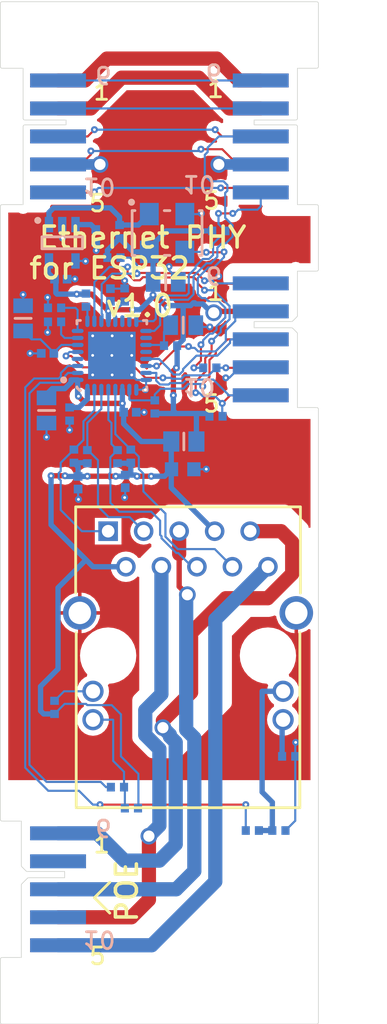
<source format=kicad_pcb>
(kicad_pcb (version 20220621) (generator pcbnew)
  (layers (0 "F.Cu" signal "Top") (31 "B.Cu" signal "Bot") (34 "B.Paste" user "BottomPaste") (35 "F.Paste" user "TopPaste") (36 "B.SilkS" user "BottomOverlay") (37 "F.SilkS" user "TopOverlay") (38 "B.Mask" user "BottomSolder") (39 "F.Mask" user "TopSolder") (44 "Edge.Cuts" user))
  (property "ADDRESS1" "PW ISE")
  (property "ADDRESS2" "Nowowiejska 15/19 00-665 Warsaw")
  (property "ADDRESS3" "gkasprow@gmail.com")
  (property "ADDRESS4" "")
  (property "APPROVEDBY" "")
  (property "AUTHOR" "G.Kasprowicz")
  (property "CHECKEDBY" "")
  (property "CHECKEDDATE" "-")
  (property "CREATEDATE" "")
  (property "CURRENTDATE" "")
  (property "CURRENTTIME" "")
  (property "DESIGNER" "G.Kasprowicz")
  (property "DIVGRP" "WUT ISE")
  (property "DOCUMENTFULLPATHANDNAME" "")
  (property "DOCUMENTNAME" "")
  (property "DOCUMENTNUMBER" "")
  (property "DRAWNBY" "G.Kasprowicz")
  (property "ENGINEER" "")
  (property "IMAGEPATH" "")
  (property "MODIFIEDBY" "-")
  (property "MODIFIEDDATE" "-")
  (property "ORGANIZATION" "WUT ISE")
  (property "PROJECTNAME" "Sensor Box")
  (property "SHEETTOTAL" "-")
  (property "TIME" "")
  (property "TITLE2" "Title2")
  (net 0 "")
  (net 1 "NetIC6_32")
  (net 2 "NetIC6_13")
  (net 3 "NetIC6_9")
  (net 4 "NetIC6_8")
  (net 5 "NetIC6_7")
  (net 6 "NetIC6_3")
  (net 7 "NetIC6_2")
  (net 8 "NetC24_2")
  (net 9 "POE_VC4")
  (net 10 "POE_VC3")
  (net 11 "POE_VC2")
  (net 12 "POE_VC1")
  (net 13 "P12V0")
  (net 14 "P5V0")
  (net 15 "VDCR")
  (net 16 "TXD1")
  (net 17 "TXD0")
  (net 18 "TX_EN")
  (net 19 "RXD1")
  (net 20 "RXD0")
  (net 21 "RX_DV")
  (net 22 "PHY_TD_P")
  (net 23 "PHY_TD_N")
  (net 24 "PHY_RD_P")
  (net 25 "PHY_RD_N")
  (net 26 "MDIO")
  (net 27 "MDC")
  (net 28 "LED2")
  (net 29 "LED1")
  (net 30 "AVDDT_PHY")
  (net 31 "GND")
  (net 32 "P3V3")
  (net 33 "GSM_PWR")
  (net 34 "POE_VC1+")
  (net 35 "POE_VC1-")
  (net 36 "U1_CTS")
  (net 37 "U1_RTS")
  (net 38 "U1_RXD")
  (net 39 "U1_TXD")
  (net 40 "CLK")
  (net 41 "NetC27_2")
  (net 42 "NetOSC1_3")
  (net 43 "OSC_DIS")
  (net 44 "NetJ93_L1")
  (net 45 "NetJ93_L4")
  (footprint "Library-connectors.PcbLib:ABRACON_ARJM11C7-114-BA-EW2" (layer "F.Cu") (at 150.5511 115.20358)
    (fp_text reference "J93" hide)
    (fp_text value "RJ45" hide)
  )
  (footprint "D:_Dropbox_DESIGNS_COMMON_LIBS_CernLib_2018_3_3_PcbLib_Miscellaneous SMD.PcbLib_EDGE10T1B6_P200W1000L0F100X400" (layer "F.Cu") (at 141.25118 127.90357 -90)
    (fp_text reference "J10" hide)
    (fp_text value "=Family" hide)
  )
  (footprint "D:_Dropbox_DESIGNS_COMMON_LIBS_CernLib_2018_3_3_PcbLib_Miscellaneous SMD.PcbLib_EDGE10T5B10_P200W1000L0F100X400" (layer "F.Cu") (at 155.7511 96.60362 90)
    (fp_text reference "J11" hide)
    (fp_text value "=Family" hide)
  )
  (footprint "D:_Dropbox_DESIGNS_COMMON_LIBS_CernLib_2018_3_3_PcbLib_Miscellaneous SMD.PcbLib_EDGE10T1B6_P200W1000L0F100X400" (layer "F.Cu") (at 141.2511 74.10356 -90)
    (fp_text reference "J7" hide)
    (fp_text value "=Family" hide)
  )
  (footprint "D:_Dropbox_DESIGNS_COMMON_LIBS_CernLib_2018_3_3_Connectors.DbLib_Miscellaneous_AVX_00 9159 010 061 916" (layer "F.Cu") (at 159.7511 78.10358 180)
    (fp_text reference "J9" hide)
    (fp_text value "=Family" hide)
  )
  (footprint "D:_Dropbox_DESIGNS_COMMON_LIBS_CernLib_2018_3_3_PcbLib_Miscellaneous SMD.PcbLib_AVX_00 9159 010 061 916" (layer "F.Cu") (at 159.7511 92.60358 180)
    (fp_text reference "J2" hide)
    (fp_text value "=Family" hide)
  )
  (footprint "D:_Dropbox_DESIGNS_COMMON_LIBS_CernLib_2018_3_3_Connectors.DbLib_Miscellaneous_EDGE10T5B10_P200W1000L0F100X400" (layer "F.Cu") (at 155.7511 82.10362 90)
    (fp_text reference "J8" hide)
    (fp_text value "=Family" hide)
  )
  (footprint "D:_Dropbox_DESIGNS_COMMON_LIBS_CernLib_2018_3_3_PcbLib_Capacitors SMD.PcbLib_CAPC2012X135N" (layer "B.Cu") (at 150.2051 91.59062 180)
    (fp_text reference "C24" hide)
    (fp_text value "10uF" hide)
  )
  (footprint "D:_Dropbox_DESIGNS_COMMON_LIBS_CernLib_2017_12_02_PcbLib_Resistors SMD.PcbLib_RESC1005X40N" (layer "B.Cu") (at 146.4551 100.95059 90)
    (fp_text reference "R26" hide)
    (fp_text value "49R9" hide)
  )
  (footprint "D:_Dropbox_DESIGNS_COMMON_LIBS_CernLib_2017_12_02_PcbLib_Capacitors SMD.PcbLib_CAPC1608X87N" (layer "B.Cu") (at 150.17007 101.88762 180)
    (fp_text reference "C22" hide)
    (fp_text value "10nF" hide)
  )
  (footprint "D:_Dropbox_DESIGNS_COMMON_LIBS_CernLib_2018_3_3_PcbLib_Resistors SMD.PcbLib_RESC1005X40N" (layer "B.Cu") (at 141.0011 91.35362 180)
    (fp_text reference "R32" hide)
    (fp_text value "10k" hide)
  )
  (footprint "D:_Dropbox_DESIGNS_COMMON_LIBS_CernLib_2017_12_19_PcbLib_Resistors SMD.PcbLib_RESC1005X40N" (layer "B.Cu") (at 157.0511 127.70358)
    (fp_text reference "R37" hide)
    (fp_text value "10k" hide)
  )
  (footprint "D:_Dropbox_DESIGNS_COMMON_LIBS_CernLib_2018_3_3_PcbLib_Resistors SMD.PcbLib_RESC1005X40N" (layer "B.Cu") (at 145.5011 124.60362)
    (fp_text reference "R24" hide)
    (fp_text value "330" hide)
  )
  (footprint "D:_Dropbox_DESIGNS_COMMON_LIBS_CernLib_2018_3_3_PcbLib_Resistors SMD.PcbLib_RESC1005X40N" (layer "B.Cu") (at 143.2511 89.80358 90)
    (fp_text reference "R35" hide)
    (fp_text value "10k" hide)
  )
  (footprint "D:_Dropbox_DESIGNS_COMMON_LIBS_CernLib_2018_3_3_PcbLib_Resistors SMD.PcbLib_RESC1005X40N" (layer "B.Cu") (at 142.0771 97.94062 90)
    (fp_text reference "R39" hide)
    (fp_text value "12k1" hide)
  )
  (footprint "D:_Dropbox_DESIGNS_COMMON_LIBS_CernLib_2017_12_19_Capacitors.DbLib_Capacitors SMD_CAPC1005X55N" (layer "B.Cu") (at 142.6851 102.85059 90)
    (fp_text reference "C19" hide)
    (fp_text value "100nF" hide)
  )
  (footprint "D:_Dropbox_DESIGNS_COMMON_LIBS_CernLib_2017_12_02_PcbLib_Resistors SMD.PcbLib_RESC1005X40N" (layer "B.Cu") (at 145.5061 100.98862 90)
    (fp_text reference "R25" hide)
    (fp_text value "49R9" hide)
  )
  (footprint "D:_Dropbox_DESIGNS_COMMON_LIBS_CernLib_2018_3_3_PcbLib_Resistors SMD.PcbLib_RESC1005X40N" (layer "B.Cu") (at 149.3011 93.05359)
    (fp_text reference "R38" hide)
    (fp_text value "10k" hide)
  )
  (footprint "library_ICs.PcbLib:SOT95P280X145-5N" (layer "B.Cu") (at 141.5511 85.70358 -90)
    (fp_text reference "IC7" hide)
    (fp_text value "BD5230FVE-TR" hide)
  )
  (footprint "D:_Dropbox_DESIGNS_COMMON_LIBS_CernLib_2017_12_19_PcbLib_Capacitors SMD.PcbLib_CAPC1005X55N" (layer "B.Cu") (at 141.4511 88.30358 180)
    (fp_text reference "C28" hide)
    (fp_text value "100nF" hide)
  )
  (footprint "D:_Dropbox_DESIGNS_COMMON_LIBS_CernLib_2018_3_3_PcbLib_Resistors SMD.PcbLib_RESC1005X40N" (layer "B.Cu") (at 148.1731 97.43262 -90)
    (fp_text reference "R31" hide)
    (fp_text value "10k" hide)
  )
  (footprint "D:_Dropbox_DESIGNS_COMMON_LIBS_CernLib_2017_12_19_PcbLib_ICs And Semiconductors SMD.PcbLib_OSCSC254P320X500X130-4N" (layer "B.Cu") (at 149.0511 85.00361 -90)
    (fp_text reference "OSC1" hide)
    (fp_text value "50MHz" hide)
  )
  (footprint "D:_Dropbox_DESIGNS_COMMON_LIBS_CernLib_2018_03_29_PcbLib_Resistors SMD.PcbLib_RESC1005X40N" (layer "B.Cu") (at 157.7511 122.40358 180)
    (fp_text reference "R86" hide)
    (fp_text value "330" hide)
  )
  (footprint "D:_Dropbox_DESIGNS_COMMON_LIBS_CernLib_2018_3_3_PcbLib_Resistors SMD.PcbLib_RESC1005X40N" (layer "B.Cu") (at 152.5511 98.10358 180)
    (fp_text reference "R30" hide)
    (fp_text value "10k" hide)
  )
  (footprint "D:_Dropbox_DESIGNS_COMMON_LIBS_CernLib_2018_3_3_PcbLib_Capacitors SMD.PcbLib_CAPC2012X135N" (layer "B.Cu") (at 138.7511 91.10362 90)
    (fp_text reference "C25" hide)
    (fp_text value "10uF" hide)
  )
  (footprint "D:_Dropbox_DESIGNS_COMMON_LIBS_CernLib_2018_3_3_PcbLib_Resistors SMD.PcbLib_RESC1005X40N" (layer "B.Cu") (at 152.7511 84.85362 180)
    (fp_text reference "R10" hide)
    (fp_text value "10k" hide)
  )
  (footprint "D:_Dropbox_DESIGNS_COMMON_LIBS_CernLib_2018_3_3_PcbLib_Resistors SMD.PcbLib_RESC1005X40N" (layer "B.Cu") (at 145.2521 86.76462 180)
    (fp_text reference "R29" hide)
    (fp_text value "10k" hide)
  )
  (footprint "D:_Dropbox_DESIGNS_COMMON_LIBS_CernLib_2018_3_3_PcbLib_Resistors SMD.PcbLib_RESC1005X40N" (layer "B.Cu") (at 143.3471 100.98862 -90)
    (fp_text reference "R33" hide)
    (fp_text value "49R9" hide)
  )
  (footprint "D:_Dropbox_DESIGNS_COMMON_LIBS_CernLib_2018_3_3_PcbLib_Capacitors SMD.PcbLib_CAPC1005X55N" (layer "B.Cu") (at 144.9981 89.43162 -90)
    (fp_text reference "C23" hide)
    (fp_text value "100nF" hide)
  )
  (footprint "D:_Dropbox_DESIGNS_COMMON_LIBS_CernLib_2017_12_02_Capacitors.DbLib_Capacitors SMD_CAPC2012X135N" (layer "B.Cu") (at 140.4261 97.68662 -90)
    (fp_text reference "C18" hide)
    (fp_text value "10uF" hide)
  )
  (footprint "D:_Dropbox_DESIGNS_COMMON_LIBS_CernLib_2017_12_19_Capacitors.DbLib_Capacitors SMD_CAPC1005X55N" (layer "B.Cu") (at 146.3951 97.81362 180)
    (fp_text reference "C20" hide)
    (fp_text value "100nF" hide)
  )
  (footprint "D:_Dropbox_DESIGNS_COMMON_LIBS_CernLib_2017_12_19_PcbLib_Resistors SMD.PcbLib_RESC1005X40N" (layer "B.Cu") (at 145.6511 84.90361 90)
    (fp_text reference "R41" hide)
    (fp_text value "10k" hide)
  )
  (footprint "D:_Dropbox_DESIGNS_COMMON_LIBS_CernLib_2017_12_19_PcbLib_Resistors SMD.PcbLib_RESC1005X40N" (layer "B.Cu") (at 152.1101 94.63862)
    (fp_text reference "R40" hide)
    (fp_text value "10" hide)
  )
  (footprint "D:_Dropbox_DESIGNS_COMMON_LIBS_CernLib_2017_12_02_PcbLib_Inductors SMD.PcbLib_INDC2012X105N" (layer "B.Cu") (at 150.2511 99.90358)
    (fp_text reference "FB1" hide)
    (fp_text value "220R@100MHz" hide)
  )
  (footprint "D:_Dropbox_DESIGNS_COMMON_LIBS_CernLib_2018_3_3_PcbLib_Capacitors SMD.PcbLib_CAPC1005X55N" (layer "B.Cu") (at 140.5011 93.60362)
    (fp_text reference "C26" hide)
    (fp_text value "100nF" hide)
  )
  (footprint "D:_Dropbox_DESIGNS_COMMON_LIBS_CernLib_2018_3_3_PcbLib_Resistors SMD.PcbLib_RESC1005X40N" (layer "B.Cu") (at 141.0011 90.35362 180)
    (fp_text reference "R34" hide)
    (fp_text value "10k" hide)
  )
  (footprint "D:_Dropbox_DESIGNS_COMMON_LIBS_CernLib_2017_12_02_Resistors.DbLib_Resistors SMD_RESC1005X40N" (layer "B.Cu") (at 146.5011 126.10362)
    (fp_text reference "R36" hide)
    (fp_text value "10k" hide)
  )
  (footprint "D:_Dropbox_DESIGNS_COMMON_LIBS_CernLib_2018_3_3_PcbLib_Resistors SMD.PcbLib_RESC1005X40N" (layer "B.Cu") (at 155.1511 127.70358)
    (fp_text reference "R11" hide)
    (fp_text value "330" hide)
  )
  (footprint "D:_Dropbox_DESIGNS_COMMON_LIBS_CernLib_2018_3_3_PcbLib_Resistors SMD.PcbLib_RESC1005X40N" (layer "B.Cu") (at 146.0141 89.43162 90)
    (fp_text reference "R27" hide)
    (fp_text value "10k" hide)
  )
  (footprint "D:_Dropbox_DESIGNS_COMMON_LIBS_CernLib_2018_3_3_PcbLib_Capacitors SMD.PcbLib_CAPC1005X55N" (layer "B.Cu") (at 146.0551 102.75059 -90)
    (fp_text reference "C21" hide)
    (fp_text value "100nF" hide)
  )
  (footprint "D:_Dropbox_DESIGNS_COMMON_LIBS_CernLib_2018_03_29_PcbLib_Resistors SMD.PcbLib_RESC1005X40N" (layer "B.Cu") (at 141.0011 118.90358 90)
    (fp_text reference "R85" hide)
    (fp_text value "330" hide)
  )
  (footprint "D:_Dropbox_DESIGNS_COMMON_LIBS_CernLib_2017_12_19_PcbLib_Capacitors SMD.PcbLib_CAPC1005X55N" (layer "B.Cu") (at 143.9511 85.20358 90)
    (fp_text reference "C27" hide)
    (fp_text value "100nF" hide)
  )
  (footprint "D:_Dropbox_DESIGNS_COMMON_LIBS_CernLib_2018_3_3_PcbLib_Resistors SMD.PcbLib_RESC1005X40N" (layer "B.Cu") (at 142.3851 100.95059 -90)
    (fp_text reference "R28" hide)
    (fp_text value "49R9" hide)
  )
  (footprint "D:_Dropbox_DESIGNS_COMMON_LIBS_CernLib_2018_3_3_PcbLib_ICs And Semiconductors SMD.PcbLib_QFN50P500X500X100-33N-S340" (layer "B.Cu") (at 145.1011 93.75359)
    (fp_text reference "IC6" hide)
    (fp_text value "LAN8710A-EZC" hide)
  )
  (footprint "D:_Dropbox_DESIGNS_COMMON_LIBS_CernLib_2017_12_02_Capacitors.DbLib_Capacitors SMD_CAPC2012X135N" (layer "B.Cu") (at 148.9511 88.50361)
    (fp_text reference "C17" hide)
    (fp_text value "10uF" hide)
  )
  (gr_line (start 143.8511 132.50358) (end 144.9511 131.40358) (stroke (width 0.2)) (layer "F.SilkS"))
  (gr_line (start 143.8511 132.50358) (end 144.9511 133.60358) (stroke (width 0.2)) (layer "F.SilkS"))
  (gr_arc (start 137.12372 136.90357) (mid 137.161046 136.813531) (end 137.2511 136.77619) (stroke (width 0.05)) (layer "Edge.Cuts"))
  (gr_line (start 155.27848 76.93096) (end 155.27848 77.2762) (stroke (width 0.05)) (layer "Edge.Cuts"))
  (gr_arc (start 137.2511 73.231) (mid 137.161029 73.193691) (end 137.12372 73.10362) (stroke (width 0.05)) (layer "Edge.Cuts"))
  (gr_line (start 141.82372 76.931) (end 138.87848 76.931) (stroke (width 0.05)) (layer "Edge.Cuts"))
  (gr_line (start 138.66103 130.29364) (end 138.66146 130.294071) (stroke (width 0.05)) (layer "Edge.Cuts"))
  (gr_line (start 159.87848 68.60362) (end 159.87848 73.10362) (stroke (width 0.05)) (layer "Edge.Cuts"))
  (gr_line (start 159.7511 141.53096) (end 137.2511 141.53096) (stroke (width 0.05)) (layer "Edge.Cuts"))
  (gr_arc (start 138.66146 130.294071) (mid 138.633516 130.2526) (end 138.62372 130.20357) (stroke (width 0.05)) (layer "Edge.Cuts"))
  (gr_arc (start 159.7511 97.47624) (mid 159.841171 97.513549) (end 159.87848 97.60362) (stroke (width 0.05)) (layer "Edge.Cuts"))
  (gr_arc (start 137.126192 141.428555) (mid 137.124342 141.416122) (end 137.12372 141.403567) (stroke (width 0.05)) (layer "Edge.Cuts"))
  (gr_line (start 137.12372 97.60362) (end 137.12372 83.10362) (stroke (width 0.05)) (layer "Edge.Cuts"))
  (gr_arc (start 158.041601 91.29326) (mid 158.000127 91.321187) (end 157.9511 91.331) (stroke (width 0.05)) (layer "Edge.Cuts"))
  (gr_line (start 137.12619 141.42856) (end 137.126192 141.428555) (stroke (width 0.05)) (layer "Edge.Cuts"))
  (gr_line (start 138.62372 127.03095) (end 137.2511 127.03095) (stroke (width 0.05)) (layer "Edge.Cuts"))
  (gr_line (start 138.66146 131.51307) (end 138.66103 131.5135) (stroke (width 0.05)) (layer "Edge.Cuts"))
  (gr_line (start 138.960599 130.59321) (end 138.9606 130.59321) (stroke (width 0.05)) (layer "Edge.Cuts"))
  (gr_line (start 158.34117 90.99369) (end 158.04117 91.29369) (stroke (width 0.05)) (layer "Edge.Cuts"))
  (gr_arc (start 137.12372 68.60362) (mid 137.161029 68.513549) (end 137.2511 68.47624) (stroke (width 0.05)) (layer "Edge.Cuts"))
  (gr_line (start 138.62372 136.77619) (end 138.62372 131.60357) (stroke (width 0.05)) (layer "Edge.Cuts"))
  (gr_line (start 141.82372 77.27624) (end 141.82372 76.931) (stroke (width 0.05)) (layer "Edge.Cuts"))
  (gr_line (start 158.34074 90.994121) (end 158.34074 90.99412) (stroke (width 0.05)) (layer "Edge.Cuts"))
  (gr_line (start 138.66146 131.513069) (end 138.66146 131.51307) (stroke (width 0.05)) (layer "Edge.Cuts"))
  (gr_arc (start 158.340741 92.113121) (mid 158.368667 92.154594) (end 158.37848 92.20362) (stroke (width 0.05)) (layer "Edge.Cuts"))
  (gr_line (start 158.04117 91.29369) (end 158.041601 91.29326) (stroke (width 0.05)) (layer "Edge.Cuts"))
  (gr_line (start 158.34117 92.11355) (end 158.340741 92.113121) (stroke (width 0.05)) (layer "Edge.Cuts"))
  (gr_line (start 159.7511 87.731) (end 158.37848 87.731) (stroke (width 0.05)) (layer "Edge.Cuts"))
  (gr_line (start 137.12372 73.10362) (end 137.12372 68.60362) (stroke (width 0.05)) (layer "Edge.Cuts"))
  (gr_line (start 158.378485 77.404718) (end 158.37848 77.40472) (stroke (width 0.05)) (layer "Edge.Cuts"))
  (gr_line (start 137.2511 82.97624) (end 138.7511 82.97624) (stroke (width 0.05)) (layer "Edge.Cuts"))
  (gr_arc (start 139.0511 130.63095) (mid 139.00207 130.62114) (end 138.960599 130.59321) (stroke (width 0.05)) (layer "Edge.Cuts"))
  (gr_line (start 159.87848 83.10362) (end 159.87848 87.60362) (stroke (width 0.05)) (layer "Edge.Cuts"))
  (gr_line (start 137.12372 141.40357) (end 137.12372 136.90357) (stroke (width 0.05)) (layer "Edge.Cuts"))
  (gr_line (start 158.37848 97.47624) (end 159.7511 97.47624) (stroke (width 0.05)) (layer "Edge.Cuts"))
  (gr_arc (start 139.060599 131.11393) (mid 139.102075 131.086013) (end 139.1511 131.07619) (stroke (width 0.05)) (layer "Edge.Cuts"))
  (gr_arc (start 137.12372 83.10362) (mid 137.161029 83.013549) (end 137.2511 82.97624) (stroke (width 0.05)) (layer "Edge.Cuts"))
  (gr_line (start 139.1511 131.07619) (end 141.72372 131.07619) (stroke (width 0.05)) (layer "Edge.Cuts"))
  (gr_line (start 158.25111 76.93096) (end 155.27848 76.93096) (stroke (width 0.05)) (layer "Edge.Cuts"))
  (gr_line (start 138.66103 131.5135) (end 139.06103 131.1135) (stroke (width 0.05)) (layer "Edge.Cuts"))
  (gr_line (start 158.041601 91.81398) (end 158.0416 91.81398) (stroke (width 0.05)) (layer "Edge.Cuts"))
  (gr_line (start 141.72372 130.63095) (end 139.0511 130.63095) (stroke (width 0.05)) (layer "Edge.Cuts"))
  (gr_line (start 138.7511 73.231) (end 137.2511 73.231) (stroke (width 0.05)) (layer "Edge.Cuts"))
  (gr_line (start 158.37848 92.20362) (end 158.37848 97.47624) (stroke (width 0.05)) (layer "Edge.Cuts"))
  (gr_arc (start 138.87848 76.931) (mid 138.788422 76.893684) (end 138.7511 76.80362) (stroke (width 0.05)) (layer "Edge.Cuts"))
  (gr_arc (start 138.7511 77.40362) (mid 138.788408 77.313542) (end 138.87848 77.27624) (stroke (width 0.05)) (layer "Edge.Cuts"))
  (gr_arc (start 158.37848 90.90362) (mid 158.368667 90.952647) (end 158.34074 90.994121) (stroke (width 0.05)) (layer "Edge.Cuts"))
  (gr_line (start 138.7511 76.80362) (end 138.7511 73.231) (stroke (width 0.05)) (layer "Edge.Cuts"))
  (gr_line (start 137.12372 97.60363) (end 137.12372 97.60362) (stroke (width 0.05)) (layer "Edge.Cuts"))
  (gr_line (start 138.87848 77.27624) (end 141.82372 77.27624) (stroke (width 0.05)) (layer "Edge.Cuts"))
  (gr_arc (start 159.87848 87.60362) (mid 159.841171 87.693691) (end 159.7511 87.731) (stroke (width 0.05)) (layer "Edge.Cuts"))
  (gr_line (start 158.04117 91.81355) (end 158.2416 92.01398) (stroke (width 0.05)) (layer "Edge.Cuts"))
  (gr_line (start 158.37848 87.731) (end 158.37848 90.90362) (stroke (width 0.05)) (layer "Edge.Cuts"))
  (gr_arc (start 159.87848 73.10362) (mid 159.841171 73.193691) (end 159.7511 73.231) (stroke (width 0.05)) (layer "Edge.Cuts"))
  (gr_line (start 157.9511 91.331) (end 155.27848 91.331) (stroke (width 0.05)) (layer "Edge.Cuts"))
  (gr_line (start 159.7511 73.231) (end 158.37849 73.231) (stroke (width 0.05)) (layer "Edge.Cuts"))
  (gr_arc (start 159.87848 141.40358) (mid 159.841185 141.493677) (end 159.7511 141.53096) (stroke (width 0.05)) (layer "Edge.Cuts"))
  (gr_line (start 158.0416 91.81398) (end 158.04117 91.81355) (stroke (width 0.05)) (layer "Edge.Cuts"))
  (gr_line (start 141.72372 131.07619) (end 141.72372 130.63095) (stroke (width 0.05)) (layer "Edge.Cuts"))
  (gr_line (start 138.96103 130.59364) (end 138.66103 130.29364) (stroke (width 0.05)) (layer "Edge.Cuts"))
  (gr_arc (start 157.9511 91.77624) (mid 158.000127 91.786053) (end 158.041601 91.81398) (stroke (width 0.05)) (layer "Edge.Cuts"))
  (gr_line (start 138.62372 130.20357) (end 138.62372 127.03095) (stroke (width 0.05)) (layer "Edge.Cuts"))
  (gr_arc (start 137.2511 141.53096) (mid 137.17035 141.502083) (end 137.126192 141.428555) (stroke (width 0.05)) (layer "Edge.Cuts"))
  (gr_arc (start 159.7511 68.47624) (mid 159.841171 68.513549) (end 159.87848 68.60362) (stroke (width 0.05)) (layer "Edge.Cuts"))
  (gr_arc (start 159.7511 82.97624) (mid 159.841171 83.013549) (end 159.87848 83.10362) (stroke (width 0.05)) (layer "Edge.Cuts"))
  (gr_arc (start 158.25111 77.2762) (mid 158.341189 77.31351) (end 158.37849 77.40358) (stroke (width 0.05)) (layer "Edge.Cuts"))
  (gr_line (start 137.2511 68.47624) (end 159.7511 68.47624) (stroke (width 0.05)) (layer "Edge.Cuts"))
  (gr_line (start 137.12372 126.90357) (end 137.12372 97.60363) (stroke (width 0.05)) (layer "Edge.Cuts"))
  (gr_arc (start 158.37849 77.40358) (mid 158.378489 77.404149) (end 158.378485 77.404718) (stroke (width 0.05)) (layer "Edge.Cuts"))
  (gr_line (start 158.37848 82.97624) (end 159.7511 82.97624) (stroke (width 0.05)) (layer "Edge.Cuts"))
  (gr_line (start 155.27848 91.77624) (end 157.9511 91.77624) (stroke (width 0.05)) (layer "Edge.Cuts"))
  (gr_arc (start 138.62372 131.60357) (mid 138.633549 131.554553) (end 138.66146 131.513069) (stroke (width 0.05)) (layer "Edge.Cuts"))
  (gr_line (start 137.2511 136.77619) (end 138.62372 136.77619) (stroke (width 0.05)) (layer "Edge.Cuts"))
  (gr_line (start 158.37848 77.40472) (end 158.37848 82.97624) (stroke (width 0.05)) (layer "Edge.Cuts"))
  (gr_line (start 155.27848 77.2762) (end 158.25111 77.2762) (stroke (width 0.05)) (layer "Edge.Cuts"))
  (gr_line (start 158.2416 92.01398) (end 158.34117 92.11355) (stroke (width 0.05)) (layer "Edge.Cuts"))
  (gr_line (start 159.87848 97.60362) (end 159.87848 141.40358) (stroke (width 0.05)) (layer "Edge.Cuts"))
  (gr_line (start 139.06103 131.1135) (end 139.060599 131.11393) (stroke (width 0.05)) (layer "Edge.Cuts"))
  (gr_line (start 158.37849 73.231) (end 158.37849 76.80358) (stroke (width 0.05)) (layer "Edge.Cuts"))
  (gr_line (start 138.7511 82.97624) (end 138.7511 77.40362) (stroke (width 0.05)) (layer "Edge.Cuts"))
  (gr_arc (start 158.37849 76.80358) (mid 158.341196 76.893681) (end 158.25111 76.93096) (stroke (width 0.05)) (layer "Edge.Cuts"))
  (gr_arc (start 137.2511 127.03095) (mid 137.161011 126.993644) (end 137.12372 126.90357) (stroke (width 0.05)) (layer "Edge.Cuts"))
  (gr_line (start 138.9606 130.59321) (end 138.96103 130.59364) (stroke (width 0.05)) (layer "Edge.Cuts"))
  (gr_line (start 155.27848 91.331) (end 155.27848 91.77624) (stroke (width 0.05)) (layer "Edge.Cuts"))
  (gr_line (start 158.34074 90.99412) (end 158.34117 90.99369) (stroke (width 0.05)) (layer "Edge.Cuts"))
  (gr_line (start 137.12372 141.403567) (end 137.12372 141.40357) (stroke (width 0.05)) (layer "Edge.Cuts"))
  (gr_text "for ESP32" (at 139.0511 88.40358 360) (layer "F.SilkS") (effects (font (size 1.5 1.5) (thickness 0.254)) (justify left bottom)))
  (gr_text "v1.0" (at 144.5011 91.10362 360) (layer "F.SilkS") (effects (font (size 1.524 1.524) (thickness 0.254)) (justify left bottom)))
  (gr_text "Ethernet PHY" (at 139.7511 86.20358 360) (layer "F.SilkS") (effects (font (size 1.5 1.5) (thickness 0.254)) (justify left bottom)))
  (gr_text "POE" (at 147.0511 134.40359 90) (layer "F.SilkS") (effects (font (size 1.5 1.5) (thickness 0.254)) (justify left bottom)))
  (segment (start 142.0771 97.47062) (end 142.75059 97.47062) (width 0.381) (layer "B.Cu") (net 1))
  (segment (start 142.75059 97.47062) (end 143.3511 96.8701) (width 0.381) (layer "B.Cu") (net 1))
  (segment (start 143.3511 96.8701) (end 143.3511 96.20359) (width 0.381) (layer "B.Cu") (net 1))
  (segment (start 145.3511 90.56462) (end 146.0141 89.90162) (width 0.1524) (layer "B.Cu") (net 2))
  (segment (start 145.3511 91.30358) (end 145.3511 90.56462) (width 0.1524) (layer "B.Cu") (net 2))
  (segment (start 143.3511 91.30358) (end 143.3511 90.37358) (width 0.1524) (layer "B.Cu") (net 3))
  (segment (start 143.2511 90.27358) (end 143.3511 90.37358) (width 0.1524) (layer "B.Cu") (net 3))
  (segment (start 142.6511 92.00359) (end 142.6511 90.50362) (width 0.1524) (layer "B.Cu") (net 4))
  (segment (start 141.4711 90.35362) (end 142.5011 90.35362) (width 0.1524) (layer "B.Cu") (net 4))
  (segment (start 142.5011 90.35362) (end 142.6511 90.50362) (width 0.1524) (layer "B.Cu") (net 4))
  (segment (start 141.7211 92.50359) (end 142.6511 92.50359) (width 0.1524) (layer "B.Cu") (net 5))
  (segment (start 141.4711 92.25359) (end 141.4711 91.35362) (width 0.1524) (layer "B.Cu") (net 5))
  (segment (start 141.4711 92.25359) (end 141.7211 92.50359) (width 0.1524) (layer "B.Cu") (net 5))
  (segment (start 144.2511 125.85362) (end 154.6811 125.85362) (width 0.1524) (layer "F.Cu") (net 6))
  (via (at 154.6811 125.85362) (size 0.5) (drill 0.2) (layers "F.Cu" "B.Cu") (net 6))
  (via (at 144.2511 125.85362) (size 0.5) (drill 0.2) (layers "F.Cu" "B.Cu") (net 6))
  (segment (start 138.9021 123.21362) (end 140.5531 124.86462) (width 0.1524) (layer "B.Cu") (net 6))
  (segment (start 141.4547 95.00702) (end 141.95814 94.50359) (width 0.1524) (layer "B.Cu") (net 6))
  (segment (start 138.9021 123.21362) (end 138.9021 96.03562) (width 0.1524) (layer "B.Cu") (net 6))
  (segment (start 154.6811 127.70358) (end 154.6811 125.85362) (width 0.1524) (layer "B.Cu") (net 6))
  (segment (start 141.30236 95.40062) (end 141.4547 95.24828) (width 0.1524) (layer "B.Cu") (net 6))
  (segment (start 143.7401 125.85362) (end 144.2511 125.85362) (width 0.1524) (layer "B.Cu") (net 6))
  (segment (start 139.5371 95.40062) (end 141.30236 95.40062) (width 0.1524) (layer "B.Cu") (net 6))
  (segment (start 140.5531 124.86462) (end 142.7511 124.86462) (width 0.1524) (layer "B.Cu") (net 6))
  (segment (start 142.7511 124.86462) (end 143.7401 125.85362) (width 0.1524) (layer "B.Cu") (net 6))
  (segment (start 138.9021 96.03562) (end 139.5371 95.40062) (width 0.1524) (layer "B.Cu") (net 6))
  (segment (start 141.4547 95.24828) (end 141.4547 95.00702) (width 0.1524) (layer "B.Cu") (net 6))
  (segment (start 141.95814 94.50359) (end 142.6511 94.50359) (width 0.1524) (layer "B.Cu") (net 6))
  (segment (start 139.2069 123.01042) (end 139.2069 96.45753) (width 0.1524) (layer "B.Cu") (net 7))
  (segment (start 141.96614 95.00359) (end 142.6511 95.00359) (width 0.1524) (layer "B.Cu") (net 7))
  (segment (start 144.30855 124.22962) (end 144.68255 124.60362) (width 0.1524) (layer "B.Cu") (net 7))
  (segment (start 141.7595 95.21022) (end 141.96614 95.00359) (width 0.1524) (layer "B.Cu") (net 7))
  (segment (start 139.95901 95.70542) (end 141.42861 95.70542) (width 0.1524) (layer "B.Cu") (net 7))
  (segment (start 139.2069 96.45753) (end 139.95901 95.70542) (width 0.1524) (layer "B.Cu") (net 7))
  (segment (start 141.7595 95.37453) (end 141.7595 95.21022) (width 0.1524) (layer "B.Cu") (net 7))
  (segment (start 141.42861 95.70542) (end 141.7595 95.37453) (width 0.1524) (layer "B.Cu") (net 7))
  (segment (start 144.68255 124.60362) (end 145.0311 124.60362) (width 0.1524) (layer "B.Cu") (net 7))
  (segment (start 140.4261 124.22962) (end 144.30855 124.22962) (width 0.1524) (layer "B.Cu") (net 7))
  (segment (start 139.2069 123.01042) (end 140.4261 124.22962) (width 0.1524) (layer "B.Cu") (net 7))
  (segment (start 148.8311 92.06462) (end 149.3051 91.59062) (width 0.1524) (layer "B.Cu") (net 8))
  (segment (start 148.8311 93.05359) (end 148.8311 92.06462) (width 0.1524) (layer "B.Cu") (net 8))
  (segment (start 147.5511 93.00358) (end 148.7811 93.00358) (width 0.1524) (layer "B.Cu") (net 8))
  (segment (start 148.7811 93.00358) (end 148.8311 93.05359) (width 0.1524) (layer "B.Cu") (net 8))
  (segment (start 152.5011 131.35362) (end 152.5011 112.61858) (width 1.016) (layer "B.Cu") (net 9))
  (segment (start 147.95115 135.90357) (end 152.5011 131.35362) (width 1.016) (layer "B.Cu") (net 9))
  (segment (start 152.5011 112.61858) (end 156.2661 108.85358) (width 1.016) (layer "B.Cu") (net 9))
  (segment (start 141.25118 135.90357) (end 147.95115 135.90357) (width 1.016) (layer "B.Cu") (net 9))
  (segment (start 149.9161 107.93862) (end 149.9161 106.31358) (width 1.016) (layer "F.Cu") (net 10))
  (segment (start 149.9161 110.26862) (end 150.5011 110.85362) (width 0.381) (layer "F.Cu") (net 10))
  (segment (start 149.9161 110.26862) (end 149.9161 107.93862) (width 0.381) (layer "F.Cu") (net 10))
  (via (at 150.5011 110.85362) (size 1.2) (drill 0.8) (layers "F.Cu" "B.Cu") (net 10))
  (segment (start 150.4195 110.93522) (end 150.5011 110.85362) (width 1.016) (layer "B.Cu") (net 10))
  (segment (start 141.25118 131.90357) (end 149.70115 131.90357) (width 1.016) (layer "B.Cu") (net 10))
  (segment (start 149.70115 131.90357) (end 151.0011 130.60362) (width 1.016) (layer "B.Cu") (net 10))
  (segment (start 150.4195 120.49976) (end 151.0011 121.08136) (width 1.016) (layer "B.Cu") (net 10))
  (segment (start 150.4195 120.49976) (end 150.4195 110.93522) (width 1.016) (layer "B.Cu") (net 10))
  (segment (start 151.0011 130.60362) (end 151.0011 121.08136) (width 1.016) (layer "B.Cu") (net 10))
  (segment (start 156.2511 111.10362) (end 158.0011 109.35362) (width 1.016) (layer "F.Cu") (net 11))
  (segment (start 153.2511 111.10362) (end 156.2511 111.10362) (width 1.016) (layer "F.Cu") (net 11))
  (segment (start 158.0011 109.35362) (end 158.0011 107.10362) (width 1.016) (layer "F.Cu") (net 11))
  (segment (start 150.7705 117.83422) (end 150.7705 113.58422) (width 1.016) (layer "F.Cu") (net 11))
  (segment (start 148.7511 119.85362) (end 150.7705 117.83422) (width 1.016) (layer "F.Cu") (net 11))
  (segment (start 154.9961 106.31358) (end 157.21106 106.31358) (width 1.016) (layer "F.Cu") (net 11))
  (segment (start 150.7705 113.58422) (end 153.2511 111.10362) (width 1.016) (layer "F.Cu") (net 11))
  (segment (start 157.21106 106.31358) (end 158.0011 107.10362) (width 1.016) (layer "F.Cu") (net 11))
  (via (at 148.7511 120.35362) (size 1.2) (drill 0.8) (layers "F.Cu" "B.Cu") (net 11))
  (segment (start 149.2511 120.98373) (end 149.6695 121.40213) (width 1.016) (layer "B.Cu") (net 11))
  (segment (start 149.2511 120.98373) (end 149.2511 120.85362) (width 1.016) (layer "B.Cu") (net 11))
  (segment (start 149.6695 128.68522) (end 149.6695 121.40213) (width 1.016) (layer "B.Cu") (net 11))
  (segment (start 146.0011 129.85362) (end 148.5011 129.85362) (width 1.016) (layer "B.Cu") (net 11))
  (segment (start 144.05106 127.90357) (end 146.0011 129.85362) (width 1.016) (layer "B.Cu") (net 11))
  (segment (start 148.7511 120.35362) (end 149.2511 120.85362) (width 1.016) (layer "B.Cu") (net 11))
  (segment (start 141.25118 127.90357) (end 144.05106 127.90357) (width 1.016) (layer "B.Cu") (net 11))
  (segment (start 148.5011 129.85362) (end 149.6695 128.68522) (width 1.016) (layer "B.Cu") (net 11))
  (segment (start 141.25118 133.90357) (end 146.5011 133.90357) (width 1.016) (layer "F.Cu") (net 12))
  (segment (start 146.5011 133.90357) (end 147.7511 132.65357) (width 1.016) (layer "F.Cu") (net 12))
  (segment (start 147.7511 132.65357) (end 147.7511 128.10362) (width 1.016) (layer "F.Cu") (net 12))
  (via (at 147.7511 128.10362) (size 1.2) (drill 0.8) (layers "F.Cu" "B.Cu") (net 12))
  (segment (start 148.6461 117.95862) (end 148.6461 108.85358) (width 1.016) (layer "B.Cu") (net 12))
  (segment (start 147.7511 128.10362) (end 148.5011 127.35362) (width 1.016) (layer "B.Cu") (net 12))
  (segment (start 148.5011 127.35362) (end 148.5011 121.8861) (width 1.016) (layer "B.Cu") (net 12))
  (segment (start 147.4907 120.87569) (end 148.5011 121.8861) (width 1.016) (layer "B.Cu") (net 12))
  (segment (start 147.4907 120.87569) (end 147.4907 119.11402) (width 1.016) (layer "B.Cu") (net 12))
  (segment (start 147.4907 119.11402) (end 148.6461 117.95862) (width 1.016) (layer "B.Cu") (net 12))
  (segment (start 153.51412 76.10362) (end 155.7511 76.10362) (width 1.016) (layer "F.Cu") (net 13))
  (segment (start 151.31408 73.90358) (end 153.51412 76.10362) (width 1.016) (layer "F.Cu") (net 13))
  (segment (start 141.2511 76.10356) (end 143.59414 76.10356) (width 1.016) (layer "F.Cu") (net 13))
  (segment (start 145.79412 73.90358) (end 151.31408 73.90358) (width 1.016) (layer "F.Cu") (net 13))
  (segment (start 143.59414 76.10356) (end 145.79412 73.90358) (width 1.016) (layer "F.Cu") (net 13))
  (segment (start 152.6181 72.5406) (end 154.18112 74.10362) (width 1.016) (layer "F.Cu") (net 14))
  (segment (start 144.7441 72.5406) (end 152.6181 72.5406) (width 1.016) (layer "F.Cu") (net 14))
  (segment (start 143.18115 74.10356) (end 144.7441 72.5406) (width 1.016) (layer "F.Cu") (net 14))
  (segment (start 154.18112 74.10362) (end 155.7511 74.10362) (width 1.016) (layer "F.Cu") (net 14))
  (segment (start 141.2511 74.10356) (end 143.18115 74.10356) (width 1.016) (layer "F.Cu") (net 14))
  (segment (start 139.3511 92.60362) (end 139.99439 92.60362) (width 0.1524) (layer "B.Cu") (net 15))
  (segment (start 140.9511 93.56033) (end 140.9511 93.55359) (width 0.1524) (layer "B.Cu") (net 15))
  (segment (start 139.99439 92.60362) (end 140.9511 93.56033) (width 0.1524) (layer "B.Cu") (net 15))
  (segment (start 140.9511 93.60362) (end 140.9511 93.56033) (width 0.1524) (layer "B.Cu") (net 15))
  (segment (start 138.7511 92.00362) (end 139.3511 92.60362) (width 0.1524) (layer "B.Cu") (net 15))
  (segment (start 140.9511 93.55359) (end 141.5011 93.00358) (width 0.1524) (layer "B.Cu") (net 15))
  (segment (start 141.5011 93.00358) (end 142.6511 93.00358) (width 0.1524) (layer "B.Cu") (net 15))
  (segment (start 150.4355 95.48202) (end 152.36034 95.48202) (width 0.1524) (layer "B.Cu") (net 16))
  (segment (start 153.41321 96.60362) (end 153.41321 96.53488) (width 0.1524) (layer "B.Cu") (net 16))
  (segment (start 148.27248 95.55181) (end 148.27248 95.15532) (width 0.1524) (layer "B.Cu") (net 16))
  (segment (start 148.55284 95.83217) (end 149.16458 95.83217) (width 0.1524) (layer "B.Cu") (net 16))
  (segment (start 153.41321 96.60362) (end 155.7511 96.60362) (width 0.1524) (layer "B.Cu") (net 16))
  (segment (start 150.1907 95.72682) (end 150.4355 95.48202) (width 0.1524) (layer "B.Cu") (net 16))
  (segment (start 148.27248 95.55181) (end 148.55284 95.83217) (width 0.1524) (layer "B.Cu") (net 16))
  (segment (start 149.16458 95.83217) (end 149.26993 95.72682) (width 0.1524) (layer "B.Cu") (net 16))
  (segment (start 147.5511 95.00359) (end 148.28407 95.00359) (width 0.1524) (layer "B.Cu") (net 16))
  (segment (start 148.27248 95.15532) (end 148.28407 95.14374) (width 0.1524) (layer "B.Cu") (net 16))
  (segment (start 152.36034 95.48202) (end 153.41321 96.53488) (width 0.1524) (layer "B.Cu") (net 16))
  (segment (start 148.28407 95.14374) (end 148.28407 95.00359) (width 0.1524) (layer "B.Cu") (net 16))
  (segment (start 149.26993 95.72682) (end 150.1907 95.72682) (width 0.1524) (layer "B.Cu") (net 16))
  (segment (start 149.8241 93.11462) (end 150.5861 93.11462) (width 0.1524) (layer "F.Cu") (net 17))
  (segment (start 148.4271 94.51162) (end 149.8241 93.11462) (width 0.1524) (layer "F.Cu") (net 17))
  (segment (start 148.3001 94.51162) (end 148.4271 94.51162) (width 0.1524) (layer "F.Cu") (net 17))
  (via (at 150.5861 93.11462) (size 0.5) (drill 0.2) (layers "F.Cu" "B.Cu") (net 17))
  (via (at 148.3001 94.51162) (size 0.5) (drill 0.2) (layers "F.Cu" "B.Cu") (net 17))
  (segment (start 147.5511 94.50359) (end 147.55914 94.51162) (width 0.1524) (layer "B.Cu") (net 17))
  (segment (start 150.5861 93.11462) (end 150.6837 93.21222) (width 0.1524) (layer "B.Cu") (net 17))
  (segment (start 153.2531 92.73362) (end 153.2531 91.97354) (width 0.1524) (layer "B.Cu") (net 17))
  (segment (start 151.27686 93.46622) (end 152.5205 93.46622) (width 0.1524) (layer "B.Cu") (net 17))
  (segment (start 153.9293 91.29734) (end 153.9293 90.60362) (width 0.1524) (layer "B.Cu") (net 17))
  (segment (start 147.55914 94.51162) (end 148.3001 94.51162) (width 0.1524) (layer "B.Cu") (net 17))
  (segment (start 153.9293 90.60362) (end 155.7511 90.60362) (width 0.1524) (layer "B.Cu") (net 17))
  (segment (start 153.2531 91.97354) (end 153.9293 91.29734) (width 0.1524) (layer "B.Cu") (net 17))
  (segment (start 152.5205 93.46622) (end 153.2531 92.73362) (width 0.1524) (layer "B.Cu") (net 17))
  (segment (start 150.6837 93.21222) (end 151.02286 93.21222) (width 0.1524) (layer "B.Cu") (net 17))
  (segment (start 151.02286 93.21222) (end 151.27686 93.46622) (width 0.1524) (layer "B.Cu") (net 17))
  (segment (start 149.2395 94.83686) (end 149.2395 94.77417) (width 0.1524) (layer "B.Cu") (net 18))
  (segment (start 148.46891 94.00358) (end 149.2395 94.77417) (width 0.1524) (layer "B.Cu") (net 18))
  (segment (start 147.5511 94.00358) (end 148.46891 94.00358) (width 0.1524) (layer "B.Cu") (net 18))
  (segment (start 149.51986 95.11722) (end 149.9382 95.11722) (width 0.1524) (layer "B.Cu") (net 18))
  (segment (start 153.5579 92.68282) (end 153.6371 92.60362) (width 0.1524) (layer "B.Cu") (net 18))
  (segment (start 153.6371 92.60362) (end 155.7511 92.60362) (width 0.1524) (layer "B.Cu") (net 18))
  (segment (start 151.15061 93.77102) (end 152.64675 93.77102) (width 0.1524) (layer "B.Cu") (net 18))
  (segment (start 149.2395 94.83686) (end 149.51986 95.11722) (width 0.1524) (layer "B.Cu") (net 18))
  (segment (start 150.1967 94.85872) (end 150.1967 94.72493) (width 0.1524) (layer "B.Cu") (net 18))
  (segment (start 153.5579 92.85987) (end 153.5579 92.68282) (width 0.1524) (layer "B.Cu") (net 18))
  (segment (start 149.9382 95.11722) (end 150.1967 94.85872) (width 0.1524) (layer "B.Cu") (net 18))
  (segment (start 150.1967 94.72493) (end 151.15061 93.77102) (width 0.1524) (layer "B.Cu") (net 18))
  (segment (start 152.64675 93.77102) (end 153.5579 92.85987) (width 0.1524) (layer "B.Cu") (net 18))
  (segment (start 146.22677 87.90813) (end 146.70486 88.38622) (width 0.1524) (layer "F.Cu") (net 19))
  (segment (start 149.51359 88.18302) (end 149.53499 88.16162) (width 0.1524) (layer "F.Cu") (net 19))
  (segment (start 146.22677 87.42902) (end 146.22677 87.42903) (width 0.1524) (layer "F.Cu") (net 19))
  (segment (start 152.9991 97.17862) (end 153.5741 96.60362) (width 0.1524) (layer "F.Cu") (net 19))
  (segment (start 148.86461 88.18302) (end 149.51359 88.18302) (width 0.1524) (layer "F.Cu") (net 19))
  (segment (start 151.0941 96.41662) (end 151.0941 95.61278) (width 0.1524) (layer "F.Cu") (net 19))
  (segment (start 150.9671 88.16162) (end 151.2505 88.44502) (width 0.1524) (layer "F.Cu") (net 19))
  (segment (start 149.53499 88.16162) (end 150.9671 88.16162) (width 0.1524) (layer "F.Cu") (net 19))
  (segment (start 148.84321 88.16162) (end 148.86461 88.18302) (width 0.1524) (layer "F.Cu") (net 19))
  (segment (start 153.5741 96.60362) (end 155.7511 96.60362) (width 0.1524) (layer "F.Cu") (net 19))
  (segment (start 147.10134 88.38622) (end 147.32594 88.16162) (width 0.1524) (layer "F.Cu") (net 19))
  (segment (start 151.0941 95.61278) (end 151.7799 94.92698) (width 0.1524) (layer "F.Cu") (net 19))
  (segment (start 151.2505 88.61386) (end 151.7291 89.09246) (width 0.1524) (layer "F.Cu") (net 19))
  (segment (start 146.22677 87.90813) (end 146.22677 87.42903) (width 0.1524) (layer "F.Cu") (net 19))
  (segment (start 151.7799 93.95282) (end 152.2371 93.49562) (width 0.1524) (layer "F.Cu") (net 19))
  (segment (start 147.32594 88.16162) (end 148.84321 88.16162) (width 0.1524) (layer "F.Cu") (net 19))
  (segment (start 151.2505 88.61386) (end 151.2505 88.44502) (width 0.1524) (layer "F.Cu") (net 19))
  (segment (start 151.7799 94.92698) (end 151.7799 93.95282) (width 0.1524) (layer "F.Cu") (net 19))
  (segment (start 146.70486 88.38622) (end 147.10134 88.38622) (width 0.1524) (layer "F.Cu") (net 19))
  (segment (start 152.2371 93.49562) (end 152.2371 92.73362) (width 0.1524) (layer "F.Cu") (net 19))
  (via (at 152.2371 92.73362) (size 0.5) (drill 0.2) (layers "F.Cu" "B.Cu") (net 19))
  (via (at 151.7291 89.09246) (size 0.5) (drill 0.2) (layers "F.Cu" "B.Cu") (net 19))
  (via (at 151.0941 96.41662) (size 0.5) (drill 0.2) (layers "F.Cu" "B.Cu") (net 19))
  (via (at 152.9991 97.17862) (size 0.5) (drill 0.2) (layers "F.Cu" "B.Cu") (net 19))
  (via (at 146.22677 87.42902) (size 0.5) (drill 0.2) (layers "F.Cu" "B.Cu") (net 19))
  (segment (start 151.6021 96.67062) (end 152.4911 96.67062) (width 0.1524) (layer "B.Cu") (net 19))
  (segment (start 152.2371 92.73362) (end 152.8935 92.07722) (width 0.1524) (layer "B.Cu") (net 19))
  (segment (start 144.9257 87.42902) (end 146.22677 87.42902) (width 0.1524) (layer "B.Cu") (net 19))
  (segment (start 152.38281 89.09246) (end 153.5225 90.23215) (width 0.1524) (layer "B.Cu") (net 19))
  (segment (start 151.0941 96.41662) (end 151.3481 96.41662) (width 0.1524) (layer "B.Cu") (net 19))
  (segment (start 151.7291 89.09246) (end 152.38281 89.09246) (width 0.1524) (layer "B.Cu") (net 19))
  (segment (start 152.8935 91.80009) (end 153.5225 91.17109) (width 0.1524) (layer "B.Cu") (net 19))
  (segment (start 143.8511 88.50362) (end 144.9257 87.42902) (width 0.1524) (layer "B.Cu") (net 19))
  (segment (start 152.9991 98.08159) (end 152.9991 97.17862) (width 0.1524) (layer "B.Cu") (net 19))
  (segment (start 143.8511 91.30358) (end 143.8511 88.50362) (width 0.1524) (layer "B.Cu") (net 19))
  (segment (start 151.3481 96.41662) (end 151.6021 96.67062) (width 0.1524) (layer "B.Cu") (net 19))
  (segment (start 152.8935 92.07722) (end 152.8935 91.80009) (width 0.1524) (layer "B.Cu") (net 19))
  (segment (start 152.4911 96.67062) (end 152.9991 97.17862) (width 0.1524) (layer "B.Cu") (net 19))
  (segment (start 153.5225 91.17109) (end 153.5225 90.23215) (width 0.1524) (layer "B.Cu") (net 19))
  (segment (start 152.9991 98.08159) (end 153.0211 98.10358) (width 0.1524) (layer "B.Cu") (net 19))
  (segment (start 146.9031 87.90762) (end 146.9539 87.85682) (width 0.1524) (layer "F.Cu") (net 20))
  (segment (start 146.9539 87.85682) (end 148.96946 87.85682) (width 0.1524) (layer "F.Cu") (net 20))
  (segment (start 148.99086 87.87822) (end 149.38734 87.87822) (width 0.1524) (layer "F.Cu") (net 20))
  (segment (start 149.38734 87.87822) (end 149.40874 87.85682) (width 0.1524) (layer "F.Cu") (net 20))
  (segment (start 151.1703 87.85682) (end 151.7291 88.41562) (width 0.1524) (layer "F.Cu") (net 20))
  (segment (start 149.40874 87.85682) (end 151.1703 87.85682) (width 0.1524) (layer "F.Cu") (net 20))
  (segment (start 148.96946 87.85682) (end 148.99086 87.87822) (width 0.1524) (layer "F.Cu") (net 20))
  (via (at 151.7291 88.41562) (size 0.5) (drill 0.2) (layers "F.Cu" "B.Cu") (net 20))
  (via (at 146.9031 87.90762) (size 0.5) (drill 0.2) (layers "F.Cu" "B.Cu") (net 20))
  (segment (start 144.3511 91.30358) (end 144.432 91.22268) (width 0.1524) (layer "B.Cu") (net 20))
  (segment (start 146.3951 86.76462) (end 146.8775 87.24702) (width 0.1524) (layer "B.Cu") (net 20))
  (segment (start 152.5011 88.60362) (end 155.7511 88.60362) (width 0.1524) (layer "B.Cu") (net 20))
  (segment (start 144.3725 88.66393) (end 145.12882 87.90762) (width 0.1524) (layer "B.Cu") (net 20))
  (segment (start 146.8775 87.2739) (end 146.8775 87.24702) (width 0.1524) (layer "B.Cu") (net 20))
  (segment (start 151.7291 88.41562) (end 152.3131 88.41562) (width 0.1524) (layer "B.Cu") (net 20))
  (segment (start 152.3131 88.41562) (end 152.5011 88.60362) (width 0.1524) (layer "B.Cu") (net 20))
  (segment (start 145.12882 87.90762) (end 145.46426 87.90762) (width 0.1524) (layer "B.Cu") (net 20))
  (segment (start 145.46426 87.90762) (end 146.9031 87.90762) (width 0.1524) (layer "B.Cu") (net 20))
  (segment (start 144.3725 90.77286) (end 144.3725 88.66393) (width 0.1524) (layer "B.Cu") (net 20))
  (segment (start 146.8775 87.2739) (end 146.9031 87.2995) (width 0.1524) (layer "B.Cu") (net 20))
  (segment (start 145.7221 86.76462) (end 146.3951 86.76462) (width 0.1524) (layer "B.Cu") (net 20))
  (segment (start 145.46426 87.90762) (end 145.46426 87.90762) (width 0.1524) (layer "B.Cu") (net 20))
  (segment (start 144.432 91.22268) (end 144.432 90.83236) (width 0.1524) (layer "B.Cu") (net 20))
  (segment (start 144.3725 90.77286) (end 144.432 90.83236) (width 0.1524) (layer "B.Cu") (net 20))
  (segment (start 146.9031 87.90762) (end 146.9031 87.2995) (width 0.1524) (layer "B.Cu") (net 20))
  (segment (start 152.0847 95.29902) (end 152.0847 94.07907) (width 0.1524) (layer "F.Cu") (net 21))
  (segment (start 153.3831 92.60362) (end 155.7511 92.60362) (width 0.1524) (layer "F.Cu") (net 21))
  (segment (start 152.0847 94.07907) (end 152.5419 93.62187) (width 0.1524) (layer "F.Cu") (net 21))
  (segment (start 152.5419 93.44482) (end 153.3831 92.60362) (width 0.1524) (layer "F.Cu") (net 21))
  (segment (start 151.6021 95.78162) (end 152.0847 95.29902) (width 0.1524) (layer "F.Cu") (net 21))
  (segment (start 151.6021 95.96062) (end 151.6021 95.78162) (width 0.1524) (layer "F.Cu") (net 21))
  (segment (start 152.5419 93.62187) (end 152.5419 93.44482) (width 0.1524) (layer "F.Cu") (net 21))
  (via (at 151.6021 95.96062) (size 0.5) (drill 0.2) (layers "F.Cu" "B.Cu") (net 21))
  (segment (start 151.6021 95.96062) (end 151.6021 95.80702) (width 0.1524) (layer "B.Cu") (net 21))
  (segment (start 148.5797 96.13702) (end 149.29078 96.13702) (width 0.1524) (layer "B.Cu") (net 21))
  (segment (start 148.1731 96.54362) (end 148.5797 96.13702) (width 0.1524) (layer "B.Cu") (net 21))
  (segment (start 151.5894 95.79432) (end 151.6021 95.80702) (width 0.1524) (layer "B.Cu") (net 21))
  (segment (start 150.55425 95.79432) (end 151.5894 95.79432) (width 0.1524) (layer "B.Cu") (net 21))
  (segment (start 146.3511 96.88062) (end 146.4331 96.96262) (width 0.1524) (layer "B.Cu") (net 21))
  (segment (start 146.4331 96.96262) (end 148.1731 96.96262) (width 0.1524) (layer "B.Cu") (net 21))
  (segment (start 148.1731 96.96262) (end 148.1731 96.54362) (width 0.1524) (layer "B.Cu") (net 21))
  (segment (start 150.22361 96.12496) (end 150.55425 95.79432) (width 0.1524) (layer "B.Cu") (net 21))
  (segment (start 146.3511 96.88062) (end 146.3511 96.20359) (width 0.1524) (layer "B.Cu") (net 21))
  (segment (start 149.30284 96.12496) (end 150.22361 96.12496) (width 0.1524) (layer "B.Cu") (net 21))
  (segment (start 149.29078 96.13702) (end 149.30284 96.12496) (width 0.1524) (layer "B.Cu") (net 21))
  (segment (start 143.0677 98.45989) (end 143.8511 97.67649) (width 0.1524) (layer "B.Cu") (net 22))
  (segment (start 142.95706 106.31358) (end 144.8361 106.31358) (width 0.1524) (layer "B.Cu") (net 22))
  (segment (start 141.2979 102.54134) (end 141.2979 102.1659) (width 0.1524) (layer "B.Cu") (net 22))
  (segment (start 141.4421 104.79862) (end 142.95706 106.31358) (width 0.1524) (layer "B.Cu") (net 22))
  (segment (start 141.2979 102.54134) (end 141.4421 102.68554) (width 0.1524) (layer "B.Cu") (net 22))
  (segment (start 141.2979 102.1659) (end 141.4421 102.0217) (width 0.1524) (layer "B.Cu") (net 22))
  (segment (start 141.4421 102.0217) (end 141.4421 101.42359) (width 0.1524) (layer "B.Cu") (net 22))
  (segment (start 142.3851 100.48059) (end 143.0677 99.79799) (width 0.1524) (layer "B.Cu") (net 22))
  (segment (start 141.4421 101.42359) (end 142.3851 100.48059) (width 0.1524) (layer "B.Cu") (net 22))
  (segment (start 141.4421 104.79862) (end 141.4421 102.68554) (width 0.1524) (layer "B.Cu") (net 22))
  (segment (start 143.8511 97.67649) (end 143.8511 96.20359) (width 0.1524) (layer "B.Cu") (net 22))
  (segment (start 143.0677 99.79799) (end 143.0677 98.45989) (width 0.1524) (layer "B.Cu") (net 22))
  (segment (start 146.36914 105.30662) (end 147.3761 106.31358) (width 0.1524) (layer "B.Cu") (net 23))
  (segment (start 143.3471 100.51862) (end 143.3851 100.51862) (width 0.1524) (layer "B.Cu") (net 23))
  (segment (start 143.55313 98.3696) (end 143.55313 98.36959) (width 0.1524) (layer "B.Cu") (net 23))
  (segment (start 144.3511 97.57162) (end 144.3511 96.20359) (width 0.1524) (layer "B.Cu") (net 23))
  (segment (start 143.3471 100.51862) (end 143.3471 98.57562) (width 0.1524) (layer "B.Cu") (net 23))
  (segment (start 144.1091 104.54462) (end 144.1091 101.24262) (width 0.1524) (layer "B.Cu") (net 23))
  (segment (start 143.55313 98.36959) (end 144.3511 97.57162) (width 0.1524) (layer "B.Cu") (net 23))
  (segment (start 143.3471 98.57562) (end 143.55313 98.3696) (width 0.1524) (layer "B.Cu") (net 23))
  (segment (start 144.8711 105.30662) (end 146.36914 105.30662) (width 0.1524) (layer "B.Cu") (net 23))
  (segment (start 143.3851 100.51862) (end 144.1091 101.24262) (width 0.1524) (layer "B.Cu") (net 23))
  (segment (start 144.3511 96.20359) (end 144.3631 96.21559) (width 0.1524) (layer "B.Cu") (net 23))
  (segment (start 144.1091 104.54462) (end 144.8711 105.30662) (width 0.1524) (layer "B.Cu") (net 23))
  (segment (start 148.6557 106.81935) (end 149.70837 107.87202) (width 0.1524) (layer "B.Cu") (net 24))
  (segment (start 145.6331 104.92562) (end 147.9191 104.92562) (width 0.1524) (layer "B.Cu") (net 24))
  (segment (start 148.6557 106.81935) (end 148.6557 106.67822) (width 0.1524) (layer "B.Cu") (net 24))
  (segment (start 144.9259 102.57334) (end 144.9981 102.64554) (width 0.1524) (layer "B.Cu") (net 24))
  (segment (start 145.0717 100.08422) (end 145.0717 98.57562) (width 0.1524) (layer "B.Cu") (net 24))
  (segment (start 144.8511 98.35502) (end 145.0717 98.57562) (width 0.1524) (layer "B.Cu") (net 24))
  (segment (start 150.83106 108.85358) (end 151.1861 108.85358) (width 0.1524) (layer "B.Cu") (net 24))
  (segment (start 149.8495 107.87202) (end 150.83106 108.85358) (width 0.1524) (layer "B.Cu") (net 24))
  (segment (start 144.9259 102.1979) (end 144.9981 102.1257) (width 0.1524) (layer "B.Cu") (net 24))
  (segment (start 148.5541 106.57662) (end 148.5541 105.56062) (width 0.1524) (layer "B.Cu") (net 24))
  (segment (start 144.8511 98.35502) (end 144.8511 96.20359) (width 0.1524) (layer "B.Cu") (net 24))
  (segment (start 144.9981 102.1257) (end 144.9981 101.84319) (width 0.1524) (layer "B.Cu") (net 24))
  (segment (start 148.5541 106.57662) (end 148.6557 106.67822) (width 0.1524) (layer "B.Cu") (net 24))
  (segment (start 144.9929 101.03182) (end 145.5061 100.51862) (width 0.1524) (layer "B.Cu") (net 24))
  (segment (start 144.9981 104.29062) (end 144.9981 102.64554) (width 0.1524) (layer "B.Cu") (net 24))
  (segment (start 145.0717 100.08422) (end 145.5061 100.51862) (width 0.1524) (layer "B.Cu") (net 24))
  (segment (start 144.9981 104.29062) (end 145.6331 104.92562) (width 0.1524) (layer "B.Cu") (net 24))
  (segment (start 144.9929 101.83799) (end 144.9929 101.03182) (width 0.1524) (layer "B.Cu") (net 24))
  (segment (start 144.9929 101.83799) (end 144.9981 101.84319) (width 0.1524) (layer "B.Cu") (net 24))
  (segment (start 149.70837 107.87202) (end 149.8495 107.87202) (width 0.1524) (layer "B.Cu") (net 24))
  (segment (start 144.9259 102.57334) (end 144.9259 102.1979) (width 0.1524) (layer "B.Cu") (net 24))
  (segment (start 147.9191 104.92562) (end 148.5541 105.56062) (width 0.1524) (layer "B.Cu") (net 24))
  (segment (start 146.4551 100.48059) (end 146.52207 100.48059) (width 0.1524) (layer "B.Cu") (net 25))
  (segment (start 145.3511 99.37659) (end 146.4551 100.48059) (width 0.1524) (layer "B.Cu") (net 25))
  (segment (start 145.3511 99.37659) (end 145.3511 96.20359) (width 0.1524) (layer "B.Cu") (net 25))
  (segment (start 147.3563 103.47382) (end 148.9351 105.05262) (width 0.1524) (layer "B.Cu") (net 25))
  (segment (start 147.0301 101.8717) (end 147.0301 100.98862) (width 0.1524) (layer "B.Cu") (net 25))
  (segment (start 148.9351 106.70362) (end 149.8241 107.59262) (width 0.1524) (layer "B.Cu") (net 25))
  (segment (start 147.0301 101.8717) (end 147.3563 102.1979) (width 0.1524) (layer "B.Cu") (net 25))
  (segment (start 147.3563 103.47382) (end 147.3563 102.1979) (width 0.1524) (layer "B.Cu") (net 25))
  (segment (start 148.9351 106.70362) (end 148.9351 105.05262) (width 0.1524) (layer "B.Cu") (net 25))
  (segment (start 149.8241 107.59262) (end 152.46514 107.59262) (width 0.1524) (layer "B.Cu") (net 25))
  (segment (start 152.46514 107.59262) (end 153.7261 108.85358) (width 0.1524) (layer "B.Cu") (net 25))
  (segment (start 146.52207 100.48059) (end 147.0301 100.98862) (width 0.1524) (layer "B.Cu") (net 25))
  (segment (start 152.73113 83.60359) (end 153.75107 83.60359) (width 0.1524) (layer "F.Cu") (net 26))
  (via (at 153.75107 83.60359) (size 0.5) (drill 0.2) (layers "F.Cu" "B.Cu") (net 26))
  (via (at 152.73113 83.60359) (size 0.5) (drill 0.2) (layers "F.Cu" "B.Cu") (net 26))
  (segment (start 152.3427 85.76202) (end 153.2211 84.88362) (width 0.1524) (layer "B.Cu") (net 26))
  (segment (start 151.09079 87.51499) (end 151.09079 87.38221) (width 0.1524) (layer "B.Cu") (net 26))
  (segment (start 153.87413 83.60359) (end 154.1421 83.33562) (width 0.1524) (layer "B.Cu") (net 26))
  (segment (start 148.2467 89.98527) (end 148.76225 89.46972) (width 0.1524) (layer "B.Cu") (net 26))
  (segment (start 151.09079 87.38221) (end 151.61077 86.86222) (width 0.1524) (layer "B.Cu") (net 26))
  (segment (start 153.75107 83.60359) (end 153.87413 83.60359) (width 0.1524) (layer "B.Cu") (net 26))
  (segment (start 150.6047 89.2983) (end 150.6047 88.00108) (width 0.1524) (layer "B.Cu") (net 26))
  (segment (start 152.05434 86.86222) (end 152.3427 86.57386) (width 0.1524) (layer "B.Cu") (net 26))
  (segment (start 155.7511 83.10362) (end 155.7511 82.10362) (width 0.1524) (layer "B.Cu") (net 26))
  (segment (start 150.6047 88.00108) (end 151.09079 87.51499) (width 0.1524) (layer "B.Cu") (net 26))
  (segment (start 154.1421 83.33562) (end 155.5191 83.33562) (width 0.1524) (layer "B.Cu") (net 26))
  (segment (start 148.2467 91.13602) (end 148.2467 89.98527) (width 0.1524) (layer "B.Cu") (net 26))
  (segment (start 150.43327 89.46972) (end 150.6047 89.2983) (width 0.1524) (layer "B.Cu") (net 26))
  (segment (start 153.2211 84.88362) (end 153.2211 84.85362) (width 0.1524) (layer "B.Cu") (net 26))
  (segment (start 152.3427 86.57386) (end 152.3427 85.76202) (width 0.1524) (layer "B.Cu") (net 26))
  (segment (start 151.61077 86.86222) (end 152.05434 86.86222) (width 0.1524) (layer "B.Cu") (net 26))
  (segment (start 146.8511 91.30358) (end 148.07914 91.30358) (width 0.1524) (layer "B.Cu") (net 26))
  (segment (start 155.5191 83.33562) (end 155.7511 83.10362) (width 0.1524) (layer "B.Cu") (net 26))
  (segment (start 148.07914 91.30358) (end 148.2467 91.13602) (width 0.1524) (layer "B.Cu") (net 26))
  (segment (start 152.73113 84.36365) (end 152.73113 83.60359) (width 0.1524) (layer "B.Cu") (net 26))
  (segment (start 152.73113 84.36365) (end 153.2211 84.85362) (width 0.1524) (layer "B.Cu") (net 26))
  (segment (start 148.76225 89.46972) (end 150.43327 89.46972) (width 0.1524) (layer "B.Cu") (net 26))
  (segment (start 151.9537 79.21585) (end 151.9537 78.90101) (width 0.1524) (layer "B.Cu") (net 27))
  (segment (start 151.39559 87.64124) (end 151.39559 87.64124) (width 0.1524) (layer "B.Cu") (net 27))
  (segment (start 153.36464 81.98194) (end 153.36464 81.58546) (width 0.1524) (layer "B.Cu") (net 27))
  (segment (start 151.7511 80.89455) (end 151.7511 79.41845) (width 0.1524) (layer "B.Cu") (net 27))
  (segment (start 147.5511 92.00359) (end 148.14114 92.00359) (width 0.1524) (layer "B.Cu") (net 27))
  (segment (start 150.55953 89.77452) (end 150.9457 89.38834) (width 0.1524) (layer "B.Cu") (net 27))
  (segment (start 150.9457 89.38834) (end 150.9457 88.09113) (width 0.1524) (layer "B.Cu") (net 27))
  (segment (start 150.9457 88.09113) (end 151.39559 87.64124) (width 0.1524) (layer "B.Cu") (net 27))
  (segment (start 153.20973 83.91896) (end 153.7397 84.44893) (width 0.1524) (layer "B.Cu") (net 27))
  (segment (start 152.18059 87.16702) (end 152.6475 86.70011) (width 0.1524) (layer "B.Cu") (net 27))
  (segment (start 148.14114 92.00359) (end 148.5515 91.59322) (width 0.1524) (layer "B.Cu") (net 27))
  (segment (start 151.39559 87.64124) (end 151.8698 87.16702) (width 0.1524) (layer "B.Cu") (net 27))
  (segment (start 151.8698 87.16702) (end 152.18059 87.16702) (width 0.1524) (layer "B.Cu") (net 27))
  (segment (start 151.9537 78.90101) (end 152.75108 78.10362) (width 0.1524) (layer "B.Cu") (net 27))
  (segment (start 152.6475 86.05838) (end 152.9697 85.73618) (width 0.1524) (layer "B.Cu") (net 27))
  (segment (start 152.6475 86.70011) (end 152.6475 86.05838) (width 0.1524) (layer "B.Cu") (net 27))
  (segment (start 153.08428 81.3051) (end 153.36464 81.58546) (width 0.1524) (layer "B.Cu") (net 27))
  (segment (start 152.9697 85.73618) (end 153.26183 85.73618) (width 0.1524) (layer "B.Cu") (net 27))
  (segment (start 152.16165 81.3051) (end 153.08428 81.3051) (width 0.1524) (layer "B.Cu") (net 27))
  (segment (start 152.75108 78.10362) (end 155.7511 78.10362) (width 0.1524) (layer "B.Cu") (net 27))
  (segment (start 151.7511 79.41845) (end 151.9537 79.21585) (width 0.1524) (layer "B.Cu") (net 27))
  (segment (start 151.7511 80.89455) (end 152.16165 81.3051) (width 0.1524) (layer "B.Cu") (net 27))
  (segment (start 148.5515 91.59322) (end 148.5515 90.11152) (width 0.1524) (layer "B.Cu") (net 27))
  (segment (start 153.20973 83.91896) (end 153.20973 82.13685) (width 0.1524) (layer "B.Cu") (net 27))
  (segment (start 153.26183 85.73618) (end 153.7397 85.25831) (width 0.1524) (layer "B.Cu") (net 27))
  (segment (start 153.7397 85.25831) (end 153.7397 84.44893) (width 0.1524) (layer "B.Cu") (net 27))
  (segment (start 148.5515 90.11152) (end 148.88851 89.77452) (width 0.1524) (layer "B.Cu") (net 27))
  (segment (start 148.88851 89.77452) (end 150.55953 89.77452) (width 0.1524) (layer "B.Cu") (net 27))
  (segment (start 153.20973 82.13685) (end 153.36464 81.98194) (width 0.1524) (layer "B.Cu") (net 27))
  (segment (start 145.9711 124.60362) (end 146.0311 124.66362) (width 0.1524) (layer "B.Cu") (net 28))
  (segment (start 145.1963 122.72987) (end 145.9711 123.50467) (width 0.1524) (layer "B.Cu") (net 28))
  (segment (start 146.0311 126.10362) (end 146.0311 124.66362) (width 0.1524) (layer "B.Cu") (net 28))
  (segment (start 145.1963 122.72987) (end 145.1963 119.79882) (width 0.1524) (layer "B.Cu") (net 28))
  (segment (start 143.7511 119.78358) (end 145.18107 119.78358) (width 0.1524) (layer "B.Cu") (net 28))
  (segment (start 145.9711 124.60362) (end 145.9711 123.50467) (width 0.1524) (layer "B.Cu") (net 28))
  (segment (start 145.18107 119.78358) (end 145.1963 119.79882) (width 0.1524) (layer "B.Cu") (net 28))
  (segment (start 155.85114 124.95366) (end 155.85114 117.75358) (width 0.381) (layer "B.Cu") (net 29))
  (segment (start 155.85114 117.75358) (end 157.3511 117.75358) (width 0.381) (layer "B.Cu") (net 29))
  (segment (start 155.85114 124.95366) (end 156.5811 125.68362) (width 0.381) (layer "B.Cu") (net 29))
  (segment (start 155.6211 127.70358) (end 156.5811 127.70358) (width 0.381) (layer "B.Cu") (net 29))
  (segment (start 156.5811 127.70358) (end 156.5811 125.68362) (width 0.381) (layer "B.Cu") (net 29))
  (segment (start 143.3471 102.38562) (end 145.3791 102.38562) (width 0.381) (layer "F.Cu") (net 30))
  (segment (start 146.9031 102.38562) (end 147.9191 102.38562) (width 0.381) (layer "F.Cu") (net 30))
  (segment (start 140.7511 102.35362) (end 141.7511 102.35362) (width 0.381) (layer "F.Cu") (net 30))
  (segment (start 142.7121 96.67062) (end 143.2201 97.17862) (width 0.381) (layer "F.Cu") (net 30))
  (segment (start 143.2201 97.17862) (end 145.8511 97.17862) (width 0.381) (layer "F.Cu") (net 30))
  (via (at 141.7511 102.35362) (size 0.5) (drill 0.2) (layers "F.Cu" "B.Cu") (net 30))
  (via (at 145.3791 102.38562) (size 0.5) (drill 0.2) (layers "F.Cu" "B.Cu") (net 30))
  (via (at 143.3471 102.38562) (size 0.5) (drill 0.2) (layers "F.Cu" "B.Cu") (net 30))
  (via (at 147.9191 102.38562) (size 0.5) (drill 0.2) (layers "F.Cu" "B.Cu") (net 30))
  (via (at 146.9031 102.38562) (size 0.5) (drill 0.2) (layers "F.Cu" "B.Cu") (net 30))
  (via (at 140.7511 102.35362) (size 0.5) (drill 0.2) (layers "F.Cu" "B.Cu") (net 30))
  (via (at 145.8511 97.17862) (size 0.5) (drill 0.2) (layers "F.Cu" "B.Cu") (net 30))
  (via (at 142.7121 96.67062) (size 0.5) (drill 0.2) (layers "F.Cu" "B.Cu") (net 30))
  (segment (start 140.0011 119.15358) (end 140.2211 119.37358) (width 0.381) (layer "B.Cu") (net 30))
  (segment (start 149.3511 103.20858) (end 149.3511 101.90659) (width 0.381) (layer "B.Cu") (net 30))
  (segment (start 146.41707 101.45862) (end 146.4551 101.42059) (width 0.381) (layer "B.Cu") (net 30))
  (segment (start 149.3511 101.90659) (end 149.3511 99.90358) (width 0.381) (layer "B.Cu") (net 30))
  (segment (start 145.0897 118.74218) (end 145.7511 119.40358) (width 0.1524) (layer "B.Cu") (net 30))
  (segment (start 140.8342 96.12452) (end 141.73612 96.12452) (width 0.381) (layer "B.Cu") (net 30))
  (segment (start 140.7511 105.85362) (end 143.2511 108.35362) (width 0.381) (layer "B.Cu") (net 30))
  (segment (start 141.79807 102.40059) (end 142.6851 102.40059) (width 0.381) (layer "B.Cu") (net 30))
  (segment (start 141.2511 116.15358) (end 141.2511 110.35362) (width 0.381) (layer "B.Cu") (net 30))
  (segment (start 149.3511 103.20858) (end 152.4561 106.31358) (width 0.381) (layer "B.Cu") (net 30))
  (segment (start 142.6851 102.40059) (end 142.6851 101.72059) (width 0.381) (layer "B.Cu") (net 30))
  (segment (start 145.97007 102.38562) (end 146.0551 102.30059) (width 0.381) (layer "B.Cu") (net 30))
  (segment (start 140.0011 119.15358) (end 140.0011 117.40358) (width 0.381) (layer "B.Cu") (net 30))
  (segment (start 140.2211 119.37358) (end 141.0011 119.37358) (width 0.381) (layer "B.Cu") (net 30))
  (segment (start 143.25301 118.65358) (end 143.34161 118.74218) (width 0.1524) (layer "B.Cu") (net 30))
  (segment (start 143.2511 108.35362) (end 143.75106 108.85358) (width 0.381) (layer "B.Cu") (net 30))
  (segment (start 148.87207 102.38562) (end 149.3511 101.90659) (width 0.381) (layer "B.Cu") (net 30))
  (segment (start 146.22614 102.30059) (end 146.81807 102.30059) (width 0.381) (layer "B.Cu") (net 30))
  (segment (start 149.3511 101.90659) (end 149.37007 101.88762) (width 0.381) (layer "B.Cu") (net 30))
  (segment (start 145.3791 102.38562) (end 145.97007 102.38562) (width 0.381) (layer "B.Cu") (net 30))
  (segment (start 145.7511 122.40358) (end 145.7511 119.40358) (width 0.1524) (layer "B.Cu") (net 30))
  (segment (start 145.8511 97.17862) (end 145.8511 96.20359) (width 0.381) (layer "B.Cu") (net 30))
  (segment (start 141.7511 102.35362) (end 141.79807 102.40059) (width 0.381) (layer "B.Cu") (net 30))
  (segment (start 146.81807 102.30059) (end 146.9031 102.38562) (width 0.381) (layer "B.Cu") (net 30))
  (segment (start 145.9451 98.63611) (end 145.9451 97.81362) (width 0.381) (layer "B.Cu") (net 30))
  (segment (start 142.1786 95.50358) (end 142.6511 95.50358) (width 0.381) (layer "B.Cu") (net 30))
  (segment (start 146.4551 102.07162) (end 146.4551 101.42059) (width 0.381) (layer "B.Cu") (net 30))
  (segment (start 141.7211 118.65358) (end 143.25301 118.65358) (width 0.1524) (layer "B.Cu") (net 30))
  (segment (start 145.5061 101.45862) (end 146.41707 101.45862) (width 0.381) (layer "B.Cu") (net 30))
  (segment (start 147.21258 99.90358) (end 149.3511 99.90358) (width 0.381) (layer "B.Cu") (net 30))
  (segment (start 146.0551 102.30059) (end 146.22614 102.30059) (width 0.381) (layer "B.Cu") (net 30))
  (segment (start 143.75106 108.85358) (end 146.1061 108.85358) (width 0.381) (layer "B.Cu") (net 30))
  (segment (start 141.0011 119.37358) (end 141.7211 118.65358) (width 0.1524) (layer "B.Cu") (net 30))
  (segment (start 142.1786 95.68204) (end 142.1786 95.50358) (width 0.381) (layer "B.Cu") (net 30))
  (segment (start 147.0011 126.10362) (end 147.0011 123.65358) (width 0.1524) (layer "B.Cu") (net 30))
  (segment (start 147.9191 102.38562) (end 148.87207 102.38562) (width 0.381) (layer "B.Cu") (net 30))
  (segment (start 143.33213 102.40059) (end 143.3471 102.38562) (width 0.381) (layer "B.Cu") (net 30))
  (segment (start 142.6511 96.60962) (end 142.7121 96.67062) (width 0.381) (layer "B.Cu") (net 30))
  (segment (start 142.3851 101.42059) (end 142.6851 101.72059) (width 0.381) (layer "B.Cu") (net 30))
  (segment (start 140.0011 117.40358) (end 141.2511 116.15358) (width 0.381) (layer "B.Cu") (net 30))
  (segment (start 142.6511 96.60962) (end 142.6511 95.50358) (width 0.381) (layer "B.Cu") (net 30))
  (segment (start 145.8511 97.71962) (end 145.8511 97.17862) (width 0.381) (layer "B.Cu") (net 30))
  (segment (start 145.9451 98.63611) (end 147.21258 99.90358) (width 0.381) (layer "B.Cu") (net 30))
  (segment (start 141.2511 110.35362) (end 143.2511 108.35362) (width 0.381) (layer "B.Cu") (net 30))
  (segment (start 140.7511 105.85362) (end 140.7511 102.35362) (width 0.381) (layer "B.Cu") (net 30))
  (segment (start 143.34161 118.74218) (end 145.0897 118.74218) (width 0.1524) (layer "B.Cu") (net 30))
  (segment (start 146.22614 102.30059) (end 146.4551 102.07162) (width 0.381) (layer "B.Cu") (net 30))
  (segment (start 145.7511 122.40358) (end 147.0011 123.65358) (width 0.1524) (layer "B.Cu") (net 30))
  (segment (start 142.6851 102.40059) (end 143.33213 102.40059) (width 0.381) (layer "B.Cu") (net 30))
  (segment (start 141.73612 96.12452) (end 142.1786 95.68204) (width 0.381) (layer "B.Cu") (net 30))
  (segment (start 140.4261 96.53262) (end 140.8342 96.12452) (width 0.381) (layer "B.Cu") (net 30))
  (segment (start 142.3851 101.42059) (end 143.3471 101.42059) (width 0.381) (layer "B.Cu") (net 30))
  (segment (start 145.8511 97.71962) (end 145.9451 97.81362) (width 0.381) (layer "B.Cu") (net 30))
  (segment (start 152.39397 89.60362) (end 152.7511 89.24649) (width 0.1524) (layer "F.Cu") (net 31))
  (segment (start 152.7511 89.04289) (end 152.97504 89.04289) (width 0.1524) (layer "F.Cu") (net 31))
  (segment (start 155.7511 88.63222) (end 155.7511 88.60362) (width 0.1524) (layer "F.Cu") (net 31))
  (segment (start 147.4111 97.81362) (end 147.49714 97.72759) (width 0.1524) (layer "F.Cu") (net 31))
  (segment (start 147.49714 97.72759) (end 147.49714 96.20359) (width 0.1524) (layer "F.Cu") (net 31))
  (segment (start 152.05379 89.60362) (end 152.39397 89.60362) (width 0.1524) (layer "F.Cu") (net 31))
  (segment (start 152.7511 89.04289) (end 152.7511 88.10362) (width 0.1524) (layer "F.Cu") (net 31))
  (segment (start 152.97504 89.04289) (end 153.3857 88.63222) (width 0.1524) (layer "F.Cu") (net 31))
  (segment (start 151.4829 90.17452) (end 152.05379 89.60362) (width 0.1524) (layer "F.Cu") (net 31))
  (segment (start 153.3857 88.63222) (end 155.7511 88.63222) (width 0.1524) (layer "F.Cu") (net 31))
  (segment (start 152.7511 89.24649) (end 152.7511 89.04289) (width 0.1524) (layer "F.Cu") (net 31))
  (via (at 144.2511 80.1036) (size 1.2) (drill 0.8) (layers "F.Cu" "B.Cu") (net 31))
  (via (at 146.5221 95.14662) (size 0.5) (drill 0.2) (layers "F.Cu" "B.Cu") (net 31))
  (via (at 145.1011 93.75359) (size 0.5) (drill 0.2) (layers "F.Cu" "B.Cu") (net 31))
  (via (at 146.0141 103.90962) (size 0.5) (drill 0.2) (layers "F.Cu" "B.Cu") (net 31))
  (via (at 140.5011 92.10362) (size 0.5) (drill 0.2) (layers "F.Cu" "B.Cu") (net 31))
  (via (at 151.8561 101.87762) (size 0.5) (drill 0.2) (layers "F.Cu" "B.Cu") (net 31))
  (via (at 147.4111 97.81362) (size 0.5) (drill 0.2) (layers "F.Cu" "B.Cu") (net 31))
  (via (at 143.7281 95.14662) (size 0.5) (drill 0.2) (layers "F.Cu" "B.Cu") (net 31))
  (via (at 143.9821 86.25662) (size 0.5) (drill 0.2) (layers "F.Cu" "B.Cu") (net 31))
  (via (at 149.1891 87.39962) (size 0.5) (drill 0.2) (layers "F.Cu" "B.Cu") (net 31))
  (via (at 141.5691 85.36762) (size 0.5) (drill 0.2) (layers "F.Cu" "B.Cu") (net 31))
  (via (at 140.4261 99.59162) (size 0.5) (drill 0.2) (layers "F.Cu" "B.Cu") (net 31))
  (via (at 143.2201 87.01862) (size 0.5) (drill 0.2) (layers "F.Cu" "B.Cu") (net 31))
  (via (at 145.1251 95.14662) (size 0.5) (drill 0.2) (layers "F.Cu" "B.Cu") (net 31))
  (via (at 142.0771 99.08362) (size 0.5) (drill 0.2) (layers "F.Cu" "B.Cu") (net 31))
  (via (at 158.2511 121.40358) (size 0.5) (drill 0.2) (layers "F.Cu" "B.Cu") (net 31))
  (via (at 146.0141 88.41562) (size 0.5) (drill 0.2) (layers "F.Cu" "B.Cu") (net 31))
  (via (at 151.5011 83.60362) (size 0.5) (drill 0.2) (layers "F.Cu" "B.Cu") (net 31))
  (via (at 152.1101 91.71762) (size 0.5) (drill 0.2) (layers "F.Cu" "B.Cu") (net 31))
  (via (at 142.4581 88.28862) (size 0.5) (drill 0.2) (layers "F.Cu" "B.Cu") (net 31))
  (via (at 153.2511 95.35362) (size 0.5) (drill 0.2) (layers "F.Cu" "B.Cu") (net 31))
  (via (at 142.7121 104.03662) (size 0.5) (drill 0.2) (layers "F.Cu" "B.Cu") (net 31))
  (via (at 152.7511 80.1036) (size 1.2) (drill 0.8) (layers "F.Cu" "B.Cu") (net 31))
  (via (at 143.7281 93.74962) (size 0.5) (drill 0.2) (layers "F.Cu" "B.Cu") (net 31))
  (via (at 147.49714 96.20359) (size 0.5) (drill 0.2) (layers "F.Cu" "B.Cu") (net 31))
  (via (at 138.7511 89.40362) (size 0.5) (drill 0.2) (layers "F.Cu" "B.Cu") (net 31))
  (via (at 143.7281 92.35262) (size 0.5) (drill 0.2) (layers "F.Cu" "B.Cu") (net 31))
  (via (at 146.5221 93.74962) (size 0.5) (drill 0.2) (layers "F.Cu" "B.Cu") (net 31))
  (via (at 140.5011 89.60362) (size 0.5) (drill 0.2) (layers "F.Cu" "B.Cu") (net 31))
  (via (at 146.5221 92.35262) (size 0.5) (drill 0.2) (layers "F.Cu" "B.Cu") (net 31))
  (via (at 145.1251 92.35262) (size 0.5) (drill 0.2) (layers "F.Cu" "B.Cu") (net 31))
  (via (at 152.7511 88.10362) (size 0.5) (drill 0.2) (layers "F.Cu" "B.Cu") (net 31))
  (via (at 139.2511 93.60362) (size 0.5) (drill 0.2) (layers "F.Cu" "B.Cu") (net 31))
  (segment (start 153.5011 95.35362) (end 154.2511 94.60362) (width 0.1524) (layer "B.Cu") (net 31))
  (segment (start 151.8461 101.88762) (end 151.8561 101.87762) (width 0.1524) (layer "B.Cu") (net 31))
  (segment (start 143.9511 86.22562) (end 143.9821 86.25662) (width 0.1524) (layer "B.Cu") (net 31))
  (segment (start 140.5011 89.60362) (end 140.5311 89.63362) (width 0.1524) (layer "B.Cu") (net 31))
  (segment (start 145.9941 88.98162) (end 146.0141 88.96162) (width 0.1524) (layer "B.Cu") (net 31))
  (segment (start 147.5511 96.14962) (end 147.5511 95.50358) (width 0.1524) (layer "B.Cu") (net 31))
  (segment (start 152.7511 80.1036) (end 152.75112 80.10362) (width 0.762) (layer "B.Cu") (net 31))
  (segment (start 150.97007 101.88762) (end 151.8461 101.88762) (width 0.1524) (layer "B.Cu") (net 31))
  (segment (start 151.45112 83.65361) (end 151.5011 83.60362) (width 0.1524) (layer "B.Cu") (net 31))
  (segment (start 158.2211 127.00358) (end 158.2211 122.40358) (width 0.1524) (layer "B.Cu") (net 31))
  (segment (start 149.8511 88.50361) (end 149.8511 88.31562) (width 0.1524) (layer "B.Cu") (net 31))
  (segment (start 140.5311 90.35362) (end 140.5311 89.63362) (width 0.1524) (layer "B.Cu") (net 31))
  (segment (start 158.2211 122.40358) (end 158.2211 121.43359) (width 0.1524) (layer "B.Cu") (net 31))
  (segment (start 151.1051 91.59062) (end 151.2321 91.71762) (width 0.1524) (layer "B.Cu") (net 31))
  (segment (start 153.2511 95.35362) (end 153.5011 95.35362) (width 0.1524) (layer "B.Cu") (net 31))
  (segment (start 157.5211 127.70358) (end 158.2211 127.00358) (width 0.1524) (layer "B.Cu") (net 31))
  (segment (start 142.6851 104.00962) (end 142.6851 103.30059) (width 0.1524) (layer "B.Cu") (net 31))
  (segment (start 151.2321 91.71762) (end 152.1101 91.71762) (width 0.1524) (layer "B.Cu") (net 31))
  (segment (start 149.1891 87.65362) (end 149.8511 88.31562) (width 0.1524) (layer "B.Cu") (net 31))
  (segment (start 146.8511 95.50358) (end 147.5511 95.50358) (width 0.1524) (layer "B.Cu") (net 31))
  (segment (start 141.5511 85.34962) (end 141.5691 85.36762) (width 0.1524) (layer "B.Cu") (net 31))
  (segment (start 140.5311 92.07362) (end 140.5311 91.35362) (width 0.1524) (layer "B.Cu") (net 31))
  (segment (start 146.0551 103.86862) (end 146.0551 103.20058) (width 0.1524) (layer "B.Cu") (net 31))
  (segment (start 140.5011 92.10362) (end 140.5311 92.07362) (width 0.1524) (layer "B.Cu") (net 31))
  (segment (start 141.2511 80.10356) (end 144.25105 80.10356) (width 0.762) (layer "B.Cu") (net 31))
  (segment (start 142.0771 99.08362) (end 142.0771 98.41062) (width 0.1524) (layer "B.Cu") (net 31))
  (segment (start 142.5011 87.00358) (end 143.20506 87.00358) (width 0.1524) (layer "B.Cu") (net 31))
  (segment (start 139.2511 93.60362) (end 140.0511 93.60362) (width 0.1524) (layer "B.Cu") (net 31))
  (segment (start 150.3211 83.65361) (end 151.45112 83.65361) (width 0.1524) (layer "B.Cu") (net 31))
  (segment (start 143.9511 86.22562) (end 143.9511 85.65358) (width 0.1524) (layer "B.Cu") (net 31))
  (segment (start 144.9981 88.98162) (end 145.9941 88.98162) (width 0.1524) (layer "B.Cu") (net 31))
  (segment (start 141.9011 88.30358) (end 142.44314 88.30358) (width 0.1524) (layer "B.Cu") (net 31))
  (segment (start 158.2211 121.43359) (end 158.2511 121.40358) (width 0.1524) (layer "B.Cu") (net 31))
  (segment (start 143.20506 87.00358) (end 143.2201 87.01862) (width 0.1524) (layer "B.Cu") (net 31))
  (segment (start 142.44314 88.30358) (end 142.4581 88.28862) (width 0.1524) (layer "B.Cu") (net 31))
  (segment (start 154.2511 94.60362) (end 155.7511 94.60362) (width 0.1524) (layer "B.Cu") (net 31))
  (segment (start 149.1891 87.65362) (end 149.1891 87.39962) (width 0.1524) (layer "B.Cu") (net 31))
  (segment (start 142.6851 104.00962) (end 142.7121 104.03662) (width 0.1524) (layer "B.Cu") (net 31))
  (segment (start 146.0141 88.96162) (end 146.0141 88.41562) (width 0.1524) (layer "B.Cu") (net 31))
  (segment (start 145.1011 93.75359) (end 146.8511 95.50358) (width 0.1524) (layer "B.Cu") (net 31))
  (segment (start 146.8511 96.20359) (end 147.49714 96.20359) (width 0.1524) (layer "B.Cu") (net 31))
  (segment (start 141.5511 85.34962) (end 141.5511 84.40358) (width 0.1524) (layer "B.Cu") (net 31))
  (segment (start 146.8451 97.81362) (end 147.4111 97.81362) (width 0.1524) (layer "B.Cu") (net 31))
  (segment (start 146.0141 103.90962) (end 146.0551 103.86862) (width 0.1524) (layer "B.Cu") (net 31))
  (segment (start 138.7511 90.20362) (end 138.7511 89.40362) (width 0.1524) (layer "B.Cu") (net 31))
  (segment (start 152.75112 80.10362) (end 155.7511 80.10362) (width 0.762) (layer "B.Cu") (net 31))
  (segment (start 140.4261 99.59162) (end 140.4261 98.58662) (width 0.1524) (layer "B.Cu") (net 31))
  (segment (start 144.25105 80.10356) (end 144.2511 80.1036) (width 0.762) (layer "B.Cu") (net 31))
  (segment (start 147.49714 96.20359) (end 147.5511 96.14962) (width 0.1524) (layer "B.Cu") (net 31))
  (segment (start 144.8511 90.57462) (end 144.93603 90.48969) (width 0.381) (layer "F.Cu") (net 32))
  (segment (start 148.5541 89.81262) (end 149.0621 90.32062) (width 0.381) (layer "F.Cu") (net 32))
  (segment (start 148.31009 89.81262) (end 148.5541 89.81262) (width 0.381) (layer "F.Cu") (net 32))
  (segment (start 152.7451 90.44762) (end 152.90111 90.60362) (width 0.381) (layer "F.Cu") (net 32))
  (segment (start 149.50108 94.85564) (end 149.7181 94.63862) (width 0.381) (layer "F.Cu") (net 32))
  (segment (start 149.50108 96.60356) (end 149.50108 94.85564) (width 0.381) (layer "F.Cu") (net 32))
  (segment (start 148.0461 89.54863) (end 148.31009 89.81262) (width 0.381) (layer "F.Cu") (net 32))
  (segment (start 148.0461 89.54863) (end 148.0461 89.43162) (width 0.381) (layer "F.Cu") (net 32))
  (segment (start 152.3891 90.70162) (end 152.4911 90.70162) (width 0.381) (layer "F.Cu") (net 32))
  (segment (start 152.90111 90.60362) (end 155.7511 90.60362) (width 0.381) (layer "F.Cu") (net 32))
  (segment (start 142.5851 89.37162) (end 143.6481 89.37162) (width 0.381) (layer "F.Cu") (net 32))
  (segment (start 143.6481 89.37162) (end 144.8511 90.57462) (width 0.381) (layer "F.Cu") (net 32))
  (segment (start 152.4911 90.70162) (end 152.7451 90.44762) (width 0.381) (layer "F.Cu") (net 32))
  (segment (start 144.93603 90.48969) (end 146.5951 90.48969) (width 0.381) (layer "F.Cu") (net 32))
  (via (at 142.5851 89.37162) (size 0.5) (drill 0.2) (layers "F.Cu" "B.Cu") (net 32))
  (via (at 144.8511 90.57462) (size 0.5) (drill 0.2) (layers "F.Cu" "B.Cu") (net 32))
  (via (at 146.5951 90.48969) (size 0.5) (drill 0.2) (layers "F.Cu" "B.Cu") (net 32))
  (via (at 148.0461 89.43162) (size 0.5) (drill 0.2) (layers "F.Cu" "B.Cu") (net 32))
  (via (at 152.3891 90.70162) (size 1.2) (drill 0.8) (layers "F.Cu" "B.Cu") (net 32))
  (via (at 149.7181 94.63862) (size 0.5) (drill 0.2) (layers "F.Cu" "B.Cu") (net 32))
  (via (at 149.50108 96.60356) (size 0.5) (drill 0.2) (layers "F.Cu" "B.Cu") (net 32))
  (via (at 149.0621 90.32062) (size 0.5) (drill 0.2) (layers "F.Cu" "B.Cu") (net 32))
  (segment (start 150.2051 92.61959) (end 150.2051 90.19362) (width 0.381) (layer "B.Cu") (net 32))
  (segment (start 144.8511 90.02862) (end 144.9981 89.88162) (width 0.381) (layer "B.Cu") (net 32))
  (segment (start 147.7811 86.3536) (end 147.7811 86.07362) (width 0.381) (layer "B.Cu") (net 32))
  (segment (start 151.10326 90.07532) (end 151.6108 90.07532) (width 0.381) (layer "B.Cu") (net 32))
  (segment (start 140.5531 87.85558) (end 141.0011 88.30358) (width 0.381) (layer "B.Cu") (net 32))
  (segment (start 142.5851 89.37162) (end 143.21307 89.37162) (width 0.381) (layer "B.Cu") (net 32))
  (segment (start 150.93402 89.99272) (end 151.02067 89.99272) (width 0.381) (layer "B.Cu") (net 32))
  (segment (start 151.1511 99.90358) (end 151.1511 97.97262) (width 0.381) (layer "B.Cu") (net 32))
  (segment (start 144.7821 86.76462) (end 144.7821 86.2426) (width 0.381) (layer "B.Cu") (net 32))
  (segment (start 140.5531 87.85558) (end 140.5531 87.05158) (width 0.381) (layer "B.Cu") (net 32))
  (segment (start 149.7711 94.69162) (end 149.7711 93.05359) (width 0.381) (layer "B.Cu") (net 32))
  (segment (start 152.2371 90.70162) (end 152.3891 90.70162) (width 0.381) (layer "B.Cu") (net 32))
  (segment (start 150.73312 90.19362) (end 150.93402 89.99272) (width 0.381) (layer "B.Cu") (net 32))
  (segment (start 141.094 89.28589) (end 141.17974 89.37162) (width 0.381) (layer "B.Cu") (net 32))
  (segment (start 141.0011 88.30358) (end 141.094 88.39648) (width 0.381) (layer "B.Cu") (net 32))
  (segment (start 146.6311 86.3536) (end 147.7811 86.3536) (width 0.381) (layer "B.Cu") (net 32))
  (segment (start 149.7181 94.63862) (end 149.7711 94.69162) (width 0.381) (layer "B.Cu") (net 32))
  (segment (start 149.7711 93.05359) (end 150.2051 92.61959) (width 0.381) (layer "B.Cu") (net 32))
  (segment (start 144.8511 90.57462) (end 144.8511 90.02862) (width 0.381) (layer "B.Cu") (net 32))
  (segment (start 149.0011 84.85362) (end 152.2811 84.85362) (width 0.381) (layer "B.Cu") (net 32))
  (segment (start 151.1511 97.97262) (end 151.2211 97.90262) (width 0.381) (layer "B.Cu") (net 32))
  (segment (start 147.7811 86.3536) (end 148.0511 86.6236) (width 0.381) (layer "B.Cu") (net 32))
  (segment (start 151.6108 90.07532) (end 152.2371 90.70162) (width 0.381) (layer "B.Cu") (net 32))
  (segment (start 147.7811 86.07362) (end 149.0011 84.85362) (width 0.381) (layer "B.Cu") (net 32))
  (segment (start 141.094 89.28589) (end 141.094 88.39648) (width 0.381) (layer "B.Cu") (net 32))
  (segment (start 147.11503 90.48969) (end 148.0461 89.55862) (width 0.381) (layer "B.Cu") (net 32))
  (segment (start 149.50108 97.70659) (end 149.6971 97.90262) (width 0.381) (layer "B.Cu") (net 32))
  (segment (start 149.0621 90.32062) (end 149.1891 90.19362) (width 0.381) (layer "B.Cu") (net 32))
  (segment (start 140.5531 87.05158) (end 140.6011 87.00358) (width 0.381) (layer "B.Cu") (net 32))
  (segment (start 148.1731 97.90262) (end 149.6971 97.90262) (width 0.381) (layer "B.Cu") (net 32))
  (segment (start 151.2211 97.90262) (end 151.88014 97.90262) (width 0.381) (layer "B.Cu") (net 32))
  (segment (start 143.21307 89.37162) (end 143.2511 89.33358) (width 0.381) (layer "B.Cu") (net 32))
  (segment (start 144.8511 91.30358) (end 144.8511 90.57462) (width 0.381) (layer "B.Cu") (net 32))
  (segment (start 149.50108 97.70659) (end 149.50108 96.60356) (width 0.381) (layer "B.Cu") (net 32))
  (segment (start 146.5951 90.48969) (end 147.11503 90.48969) (width 0.381) (layer "B.Cu") (net 32))
  (segment (start 151.88014 97.90262) (end 152.0811 98.10358) (width 0.381) (layer "B.Cu") (net 32))
  (segment (start 149.1891 90.19362) (end 150.2051 90.19362) (width 0.381) (layer "B.Cu") (net 32))
  (segment (start 141.17974 89.37162) (end 142.5851 89.37162) (width 0.381) (layer "B.Cu") (net 32))
  (segment (start 145.6511 85.3736) (end 146.6311 86.3536) (width 0.381) (layer "B.Cu") (net 32))
  (segment (start 144.7821 86.2426) (end 145.6511 85.3736) (width 0.381) (layer "B.Cu") (net 32))
  (segment (start 149.6971 97.90262) (end 151.2211 97.90262) (width 0.381) (layer "B.Cu") (net 32))
  (segment (start 148.0511 88.50361) (end 148.0511 86.6236) (width 0.381) (layer "B.Cu") (net 32))
  (segment (start 148.0461 89.55862) (end 148.0461 89.43162) (width 0.381) (layer "B.Cu") (net 32))
  (segment (start 151.02067 89.99272) (end 151.10326 90.07532) (width 0.381) (layer "B.Cu") (net 32))
  (segment (start 150.2051 90.19362) (end 150.73312 90.19362) (width 0.381) (layer "B.Cu") (net 32))
  (segment (start 155.75104 76.10356) (end 155.7511 76.10362) (width 0.1524) (layer "B.Cu") (net 33))
  (segment (start 141.2511 76.10356) (end 155.75104 76.10356) (width 0.1524) (layer "B.Cu") (net 33))
  (segment (start 155.75104 74.10356) (end 155.7511 74.10362) (width 0.1524) (layer "B.Cu") (net 36))
  (segment (start 141.2511 74.10356) (end 155.75104 74.10356) (width 0.1524) (layer "B.Cu") (net 36))
  (segment (start 142.89615 80.10356) (end 143.6011 79.3986) (width 0.1524) (layer "F.Cu") (net 37))
  (segment (start 141.2511 80.10356) (end 142.89615 80.10356) (width 0.1524) (layer "F.Cu") (net 37))
  (segment (start 151.4751 79.0176) (end 152.9991 79.0176) (width 0.1524) (layer "F.Cu") (net 37))
  (segment (start 152.9991 79.0176) (end 154.08512 80.10362) (width 0.1524) (layer "F.Cu") (net 37))
  (segment (start 154.08512 80.10362) (end 155.7511 80.10362) (width 0.1524) (layer "F.Cu") (net 37))
  (segment (start 143.6011 79.3986) (end 143.6011 79.1446) (width 0.1524) (layer "F.Cu") (net 37))
  (via (at 143.6011 79.1446) (size 0.5) (drill 0.2) (layers "F.Cu" "B.Cu") (net 37))
  (via (at 151.4751 79.0176) (size 0.5) (drill 0.2) (layers "F.Cu" "B.Cu") (net 37))
  (segment (start 143.6011 79.1446) (end 151.3481 79.1446) (width 0.1524) (layer "B.Cu") (net 37))
  (segment (start 151.3481 79.1446) (end 151.4751 79.0176) (width 0.1524) (layer "B.Cu") (net 37))
  (segment (start 141.2511 78.10356) (end 143.37215 78.10356) (width 0.1524) (layer "F.Cu") (net 38))
  (segment (start 152.4911 77.6206) (end 152.97412 78.10362) (width 0.1524) (layer "F.Cu") (net 38))
  (segment (start 152.97412 78.10362) (end 155.7511 78.10362) (width 0.1524) (layer "F.Cu") (net 38))
  (segment (start 143.37215 78.10356) (end 143.8551 77.6206) (width 0.1524) (layer "F.Cu") (net 38))
  (via (at 143.8551 77.6206) (size 0.5) (drill 0.2) (layers "F.Cu" "B.Cu") (net 38))
  (via (at 152.4911 77.6206) (size 0.5) (drill 0.2) (layers "F.Cu" "B.Cu") (net 38))
  (segment (start 143.8551 77.6206) (end 152.4911 77.6206) (width 0.1524) (layer "B.Cu") (net 38))
  (segment (start 143.81715 82.10356) (end 143.8551 82.0656) (width 0.1524) (layer "F.Cu") (net 39))
  (segment (start 141.2511 82.10356) (end 143.81715 82.10356) (width 0.1524) (layer "F.Cu") (net 39))
  (segment (start 152.88604 81.7837) (end 155.43118 81.7837) (width 0.1524) (layer "F.Cu") (net 39))
  (segment (start 155.43118 81.7837) (end 155.7511 82.10362) (width 0.1524) (layer "F.Cu") (net 39))
  (via (at 143.8551 82.0656) (size 0.5) (drill 0.2) (layers "F.Cu" "B.Cu") (net 39))
  (via (at 152.88604 81.7837) (size 0.5) (drill 0.2) (layers "F.Cu" "B.Cu") (net 39))
  (segment (start 144.137 81.7837) (end 152.88604 81.7837) (width 0.1524) (layer "B.Cu") (net 39))
  (segment (start 143.8551 82.0656) (end 144.137 81.7837) (width 0.1524) (layer "B.Cu") (net 39))
  (segment (start 143.0011 94.60362) (end 146.75121 94.60362) (width 0.1524) (layer "F.Cu") (net 40))
  (segment (start 142.18834 93.79085) (end 143.0011 94.60362) (width 0.1524) (layer "F.Cu") (net 40))
  (segment (start 146.75121 94.60362) (end 147.50115 95.35357) (width 0.1524) (layer "F.Cu") (net 40))
  (segment (start 155.7161 94.63862) (end 155.7511 94.60362) (width 0.1524) (layer "F.Cu") (net 40))
  (segment (start 153.2531 94.63862) (end 155.7161 94.63862) (width 0.1524) (layer "F.Cu") (net 40))
  (segment (start 147.50115 95.35357) (end 148.75108 95.35357) (width 0.1524) (layer "F.Cu") (net 40))
  (segment (start 141.8237 93.79085) (end 142.18834 93.79085) (width 0.1524) (layer "F.Cu") (net 40))
  (via (at 141.8237 93.79085) (size 0.5) (drill 0.2) (layers "F.Cu" "B.Cu") (net 40))
  (via (at 153.2531 94.63862) (size 0.5) (drill 0.2) (layers "F.Cu" "B.Cu") (net 40))
  (via (at 148.75108 95.35357) (size 0.5) (drill 0.2) (layers "F.Cu" "B.Cu") (net 40))
  (segment (start 152.02479 95.17722) (end 152.56339 94.63862) (width 0.1524) (layer "B.Cu") (net 40))
  (segment (start 141.8237 93.79085) (end 141.8237 93.74902) (width 0.1524) (layer "B.Cu") (net 40))
  (segment (start 149.32515 95.35357) (end 149.3936 95.42202) (width 0.1524) (layer "B.Cu") (net 40))
  (segment (start 152.56339 94.63862) (end 152.5801 94.63862) (width 0.1524) (layer "B.Cu") (net 40))
  (segment (start 142.06914 93.50359) (end 142.6511 93.50359) (width 0.1524) (layer "B.Cu") (net 40))
  (segment (start 148.75108 95.35357) (end 149.32515 95.35357) (width 0.1524) (layer "B.Cu") (net 40))
  (segment (start 149.3936 95.42202) (end 150.06445 95.42202) (width 0.1524) (layer "B.Cu") (net 40))
  (segment (start 152.5801 94.63862) (end 153.2531 94.63862) (width 0.1524) (layer "B.Cu") (net 40))
  (segment (start 141.8237 93.74902) (end 142.06914 93.50359) (width 0.1524) (layer "B.Cu") (net 40))
  (segment (start 150.30925 95.17722) (end 152.02479 95.17722) (width 0.1524) (layer "B.Cu") (net 40))
  (segment (start 150.06445 95.42202) (end 150.30925 95.17722) (width 0.1524) (layer "B.Cu") (net 40))
  (segment (start 143.6011 84.40358) (end 143.9511 84.75359) (width 0.381) (layer "B.Cu") (net 41))
  (segment (start 142.5011 84.40358) (end 143.6011 84.40358) (width 0.381) (layer "B.Cu") (net 41))
  (segment (start 151.8561 86.38362) (end 153.2531 86.38362) (width 0.1524) (layer "F.Cu") (net 42))
  (segment (start 151.4751 94.13062) (end 151.4751 92.98762) (width 0.1524) (layer "F.Cu") (net 42))
  (segment (start 150.9671 94.63862) (end 151.4751 94.13062) (width 0.1524) (layer "F.Cu") (net 42))
  (segment (start 153.1261 86.35362) (end 153.2231 86.35362) (width 0.1524) (layer "F.Cu") (net 42))
  (segment (start 153.2231 86.35362) (end 153.2531 86.38362) (width 0.1524) (layer "F.Cu") (net 42))
  (via (at 150.9671 94.63862) (size 0.5) (drill 0.2) (layers "F.Cu" "B.Cu") (net 42))
  (via (at 153.1261 86.35362) (size 0.5) (drill 0.2) (layers "F.Cu" "B.Cu") (net 42))
  (via (at 151.4751 92.98762) (size 0.5) (drill 0.2) (layers "F.Cu" "B.Cu") (net 42))
  (via (at 151.8561 86.38362) (size 0.5) (drill 0.2) (layers "F.Cu" "B.Cu") (net 42))
  (segment (start 151.6021 92.98762) (end 151.6315 92.95822) (width 0.1524) (layer "B.Cu") (net 42))
  (segment (start 151.6315 92.95822) (end 151.6315 92.66238) (width 0.1524) (layer "B.Cu") (net 42))
  (segment (start 151.99606 87.47182) (end 152.3829 87.47182) (width 0.1524) (layer "B.Cu") (net 42))
  (segment (start 152.09766 92.19622) (end 152.30834 92.19622) (width 0.1524) (layer "B.Cu") (net 42))
  (segment (start 151.7844 89.65622) (end 152.0012 89.87302) (width 0.1524) (layer "B.Cu") (net 42))
  (segment (start 151.6315 92.66238) (end 152.09766 92.19622) (width 0.1524) (layer "B.Cu") (net 42))
  (segment (start 152.0012 89.87302) (end 152.73232 89.87302) (width 0.1524) (layer "B.Cu") (net 42))
  (segment (start 152.3829 87.47182) (end 153.1261 86.72862) (width 0.1524) (layer "B.Cu") (net 42))
  (segment (start 153.2177 91.04484) (end 153.2177 90.3584) (width 0.1524) (layer "B.Cu") (net 42))
  (segment (start 152.5887 91.91586) (end 152.5887 91.67384) (width 0.1524) (layer "B.Cu") (net 42))
  (segment (start 152.73232 89.87302) (end 153.2177 90.3584) (width 0.1524) (layer "B.Cu") (net 42))
  (segment (start 150.3211 86.3536) (end 151.8561 86.3536) (width 0.1524) (layer "B.Cu") (net 42))
  (segment (start 151.53086 89.65622) (end 151.7844 89.65622) (width 0.1524) (layer "B.Cu") (net 42))
  (segment (start 151.70039 87.76749) (end 151.99606 87.47182) (width 0.1524) (layer "B.Cu") (net 42))
  (segment (start 151.4751 92.98762) (end 151.6021 92.98762) (width 0.1524) (layer "B.Cu") (net 42))
  (segment (start 151.2505 89.37586) (end 151.2505 88.21738) (width 0.1524) (layer "B.Cu") (net 42))
  (segment (start 151.70039 87.76749) (end 151.70039 87.76749) (width 0.1524) (layer "B.Cu") (net 42))
  (segment (start 151.2505 89.37586) (end 151.53086 89.65622) (width 0.1524) (layer "B.Cu") (net 42))
  (segment (start 152.5887 91.67384) (end 153.2177 91.04484) (width 0.1524) (layer "B.Cu") (net 42))
  (segment (start 150.9671 94.63862) (end 151.6401 94.63862) (width 0.1524) (layer "B.Cu") (net 42))
  (segment (start 153.1261 86.72862) (end 153.1261 86.35362) (width 0.1524) (layer "B.Cu") (net 42))
  (segment (start 151.2505 88.21738) (end 151.70039 87.76749) (width 0.1524) (layer "B.Cu") (net 42))
  (segment (start 152.30834 92.19622) (end 152.5887 91.91586) (width 0.1524) (layer "B.Cu") (net 42))
  (segment (start 140.9341 83.20862) (end 144.9981 83.20862) (width 0.381) (layer "B.Cu") (net 43))
  (segment (start 140.6011 84.40358) (end 140.6011 83.54162) (width 0.381) (layer "B.Cu") (net 43))
  (segment (start 140.6011 83.54162) (end 140.9341 83.20862) (width 0.381) (layer "B.Cu") (net 43))
  (segment (start 147.0011 84.43361) (end 147.7811 83.65361) (width 0.381) (layer "B.Cu") (net 43))
  (segment (start 145.6511 84.43361) (end 147.0011 84.43361) (width 0.381) (layer "B.Cu") (net 43))
  (segment (start 144.9981 83.20862) (end 145.6511 83.86162) (width 0.381) (layer "B.Cu") (net 43))
  (segment (start 145.6511 84.43361) (end 145.6511 83.86162) (width 0.381) (layer "B.Cu") (net 43))
  (segment (start 141.6811 117.75358) (end 143.7511 117.75358) (width 0.1524) (layer "B.Cu") (net 44))
  (segment (start 141.0011 118.43358) (end 141.6811 117.75358) (width 0.1524) (layer "B.Cu") (net 44))
  (segment (start 157.2811 122.40358) (end 157.2811 119.85358) (width 0.381) (layer "B.Cu") (net 45))
  (segment (start 157.2811 119.85358) (end 157.3511 119.78358) (width 0.381) (layer "B.Cu") (net 45))
  (zone (net 0) (net_name "") (layer "F.Cu") (connect_pads (clearance 0)) (min_thickness 0.254)
    (keepout (tracks not_allowed) (vias not_allowed) (pads not_allowed) (copperpour not_allowed) (footprints allowed))
    (fill (thermal_gap 0.508) (thermal_bridge_width 0.508) (island_removal_mode 2) (island_area_min 10))
    (polygon (pts (xy 153.715745 89.318265) (xy 153.7511 89.30362) (xy 153.786455 89.318265) (xy 153.8011 89.35362) (xy 153.8011 89.60362) (xy 153.786455 89.638975) (xy 153.7511 89.65362) (xy 153.715745 89.638975) (xy 153.7011 89.60362) (xy 153.7011 89.35362)))
  )
  (zone (net 0) (net_name "") (layer "F.Cu") (connect_pads (clearance 0)) (min_thickness 0.254)
    (keepout (tracks not_allowed) (vias not_allowed) (pads not_allowed) (copperpour not_allowed) (footprints allowed))
    (fill (thermal_gap 0.508) (thermal_bridge_width 0.508) (island_removal_mode 2) (island_area_min 10))
    (polygon (pts (xy 159.786455 140.068245) (xy 159.8011 140.1036) (xy 159.786455 140.138955) (xy 159.7511 140.1536) (xy 137.2511 140.1536) (xy 137.215745 140.138955) (xy 137.2011 140.1036) (xy 137.215745 140.068245) (xy 137.2511 140.0536) (xy 159.7511 140.0536)))
  )
  (zone (net 0) (net_name "") (layer "F.Cu") (connect_pads (clearance 0)) (min_thickness 0.254)
    (keepout (tracks not_allowed) (vias not_allowed) (pads not_allowed) (copperpour not_allowed) (footprints allowed))
    (fill (thermal_gap 0.508) (thermal_bridge_width 0.508) (island_removal_mode 2) (island_area_min 10))
    (polygon (pts (xy 143.215745 76.818265) (xy 143.2511 76.80362) (xy 143.286455 76.818265) (xy 143.3011 76.85362) (xy 143.3011 77.10362) (xy 143.286455 77.138975) (xy 143.2511 77.15362) (xy 143.215745 77.138975) (xy 143.2011 77.10362) (xy 143.2011 76.85362)))
  )
  (zone (net 31) (net_name "GND") (layer "F.Cu") (connect_pads yes (clearance 0.254)) (min_thickness 0.254) (fill yes (thermal_gap 0.254) (thermal_bridge_width 0.254) (island_removal_mode 2) (island_area_min 10))
    (polygon (pts (xy 137.25113 68.60365) (xy 137.50116 68.35362) (xy 159.7511 68.35362) (xy 159.69611 68.40862) (xy 159.69611 105.35362) (xy 159.7511 105.40862) (xy 159.7511 124.10362) (xy 137.2511 124.10362)))
  )
  (zone (net 0) (net_name "") (layer "F.Cu") (connect_pads (clearance 0)) (min_thickness 0.254)
    (keepout (tracks not_allowed) (vias not_allowed) (pads not_allowed) (copperpour not_allowed) (footprints allowed))
    (fill (thermal_gap 0.508) (thermal_bridge_width 0.508) (island_removal_mode 2) (island_area_min 10))
    (polygon (pts (xy 157.536455 104.818265) (xy 157.5511 104.85362) (xy 157.536455 104.888975) (xy 157.5011 104.90362) (xy 149.1341 104.90362) (xy 149.098745 104.888975) (xy 149.0841 104.85362) (xy 149.098745 104.818265) (xy 149.1341 104.80362) (xy 157.5011 104.80362)))
  )
  (zone (net 0) (net_name "") (layer "F.Cu") (connect_pads (clearance 0)) (min_thickness 0.254)
    (keepout (tracks not_allowed) (vias not_allowed) (pads not_allowed) (copperpour not_allowed) (footprints allowed))
    (fill (thermal_gap 0.508) (thermal_bridge_width 0.508) (island_removal_mode 2) (island_area_min 10))
    (polygon (pts (xy 149.786455 122.068265) (xy 149.8011 122.10362) (xy 149.786455 122.138975) (xy 149.7511 122.15362) (xy 148.0011 122.15362) (xy 147.965745 122.138975) (xy 147.9511 122.10362) (xy 147.965745 122.068265) (xy 148.0011 122.05362) (xy 149.7511 122.05362)))
  )
  (zone (net 0) (net_name "") (layer "F.Cu") (connect_pads (clearance 0)) (min_thickness 0.254)
    (keepout (tracks not_allowed) (vias not_allowed) (pads not_allowed) (copperpour not_allowed) (footprints allowed))
    (fill (thermal_gap 0.508) (thermal_bridge_width 0.508) (island_removal_mode 2) (island_area_min 10))
    (polygon (pts (xy 143.215745 74.818265) (xy 143.2511 74.80362) (xy 143.286455 74.818265) (xy 143.3011 74.85362) (xy 143.3011 75.10362) (xy 143.286455 75.138975) (xy 143.2511 75.15362) (xy 143.215745 75.138975) (xy 143.2011 75.10362) (xy 143.2011 74.85362)))
  )
  (zone (net 0) (net_name "") (layer "F.Cu") (connect_pads (clearance 0)) (min_thickness 0.254)
    (keepout (tracks not_allowed) (vias not_allowed) (pads not_allowed) (copperpour not_allowed) (footprints allowed))
    (fill (thermal_gap 0.508) (thermal_bridge_width 0.508) (island_removal_mode 2) (island_area_min 10))
    (polygon (pts (xy 153.715745 95.318265) (xy 153.7511 95.30362) (xy 153.786455 95.318265) (xy 153.8011 95.35362) (xy 153.8011 95.85362) (xy 153.786455 95.888975) (xy 153.7511 95.90362) (xy 153.715745 95.888975) (xy 153.7011 95.85362) (xy 153.7011 95.35362)))
  )
  (zone (net 0) (net_name "") (layer "F.Cu") (connect_pads (clearance 0)) (min_thickness 0.254)
    (keepout (tracks not_allowed) (vias not_allowed) (pads not_allowed) (copperpour not_allowed) (footprints allowed))
    (fill (thermal_gap 0.508) (thermal_bridge_width 0.508) (island_removal_mode 2) (island_area_min 10))
    (polygon (pts (xy 148.328545 105.588465) (xy 148.3639 105.57382) (xy 148.399255 105.588465) (xy 148.4139 105.62382) (xy 148.4139 107.80041) (xy 148.399255 107.835765) (xy 148.3639 107.85041) (xy 148.328545 107.835765) (xy 148.3139 107.80041) (xy 148.3139 105.62382)))
  )
  (zone (net 0) (net_name "") (layer "F.Cu") (connect_pads (clearance 0)) (min_thickness 0.254)
    (keepout (tracks not_allowed) (vias not_allowed) (pads not_allowed) (copperpour not_allowed) (footprints allowed))
    (fill (thermal_gap 0.508) (thermal_bridge_width 0.508) (island_removal_mode 2) (island_area_min 10))
    (polygon (pts (xy 159.786455 69.568255) (xy 159.8011 69.60361) (xy 159.786455 69.638965) (xy 159.7511 69.65361) (xy 137.2511 69.65361) (xy 137.215745 69.638965) (xy 137.2011 69.60361) (xy 137.215745 69.568255) (xy 137.2511 69.55361) (xy 159.7511 69.55361)))
  )
  (zone (net 0) (net_name "") (layer "F.Cu") (connect_pads (clearance 0)) (min_thickness 0.254)
    (keepout (tracks not_allowed) (vias not_allowed) (pads not_allowed) (copperpour not_allowed) (footprints allowed))
    (fill (thermal_gap 0.508) (thermal_bridge_width 0.508) (island_removal_mode 2) (island_area_min 10))
    (polygon (pts (xy 148.20986 107.75041) (xy 148.245215 107.765055) (xy 148.25986 107.80041) (xy 148.245215 107.835765) (xy 147.536455 108.544525) (xy 147.5011 108.55917) (xy 147.465745 108.544525) (xy 147.4511 108.50917) (xy 147.465745 108.473815) (xy 148.174505 107.765055)))
  )
  (zone (net 0) (net_name "") (layer "F.Cu") (connect_pads (clearance 0)) (min_thickness 0.254)
    (keepout (tracks not_allowed) (vias not_allowed) (pads not_allowed) (copperpour not_allowed) (footprints allowed))
    (fill (thermal_gap 0.508) (thermal_bridge_width 0.508) (island_removal_mode 2) (island_area_min 10))
    (polygon (pts (xy 156.518535 111.934385) (xy 156.53318 111.96974) (xy 156.518535 112.005095) (xy 156.48318 112.01974) (xy 154.88499 112.01974) (xy 154.849635 112.005095) (xy 154.83499 111.96974) (xy 154.849635 111.934385) (xy 154.88499 111.91974) (xy 156.48318 111.91974)))
  )
  (zone (net 0) (net_name "") (layer "F.Cu") (connect_pads (clearance 0)) (min_thickness 0.254)
    (keepout (tracks not_allowed) (vias not_allowed) (pads not_allowed) (copperpour not_allowed) (footprints allowed))
    (fill (thermal_gap 0.508) (thermal_bridge_width 0.508) (island_removal_mode 2) (island_area_min 10))
    (polygon (pts (xy 143.215745 80.818265) (xy 143.2511 80.80362) (xy 143.286455 80.818265) (xy 143.3011 80.85362) (xy 143.3011 81.10362) (xy 143.286455 81.138975) (xy 143.2511 81.15362) (xy 143.215745 81.138975) (xy 143.2011 81.10362) (xy 143.2011 80.85362)))
  )
  (zone (net 0) (net_name "") (layer "F.Cu") (connect_pads (clearance 0)) (min_thickness 0.254)
    (keepout (tracks not_allowed) (vias not_allowed) (pads not_allowed) (copperpour not_allowed) (footprints allowed))
    (fill (thermal_gap 0.508) (thermal_bridge_width 0.508) (island_removal_mode 2) (island_area_min 10))
    (polygon (pts (xy 154.88499 111.919741) (xy 154.920345 111.934385) (xy 154.934989 111.96974) (xy 154.920345 112.005096) (xy 153.286455 113.638975) (xy 153.2511 113.65362) (xy 153.215745 113.638975) (xy 153.2011 113.60362) (xy 153.215745 113.568265) (xy 154.849635 111.934385)))
  )
  (zone (net 0) (net_name "") (layer "F.Cu") (connect_pads (clearance 0)) (min_thickness 0.254)
    (keepout (tracks not_allowed) (vias not_allowed) (pads not_allowed) (copperpour not_allowed) (footprints allowed))
    (fill (thermal_gap 0.508) (thermal_bridge_width 0.508) (island_removal_mode 2) (island_area_min 10))
    (polygon (pts (xy 149.1341 104.803621) (xy 149.169455 104.818265) (xy 149.184099 104.85362) (xy 149.169455 104.888976) (xy 148.399255 105.659175) (xy 148.3639 105.67382) (xy 148.328545 105.659175) (xy 148.3139 105.62382) (xy 148.328545 105.588465) (xy 149.098744 104.818265)))
  )
  (zone (net 0) (net_name "") (layer "F.Cu") (connect_pads (clearance 0)) (min_thickness 0.254)
    (keepout (tracks not_allowed) (vias not_allowed) (pads not_allowed) (copperpour not_allowed) (footprints allowed))
    (fill (thermal_gap 0.508) (thermal_bridge_width 0.508) (island_removal_mode 2) (island_area_min 10))
    (polygon (pts (xy 153.465745 76.818265) (xy 153.5011 76.80362) (xy 153.536455 76.818265) (xy 153.5511 76.85362) (xy 153.5511 77.35362) (xy 153.536455 77.388975) (xy 153.5011 77.40362) (xy 153.465745 77.388975) (xy 153.4511 77.35362) (xy 153.4511 76.85362)))
  )
  (zone (net 0) (net_name "") (layer "F.Cu") (connect_pads (clearance 0)) (min_thickness 0.254)
    (keepout (tracks not_allowed) (vias not_allowed) (pads not_allowed) (copperpour not_allowed) (footprints allowed))
    (fill (thermal_gap 0.508) (thermal_bridge_width 0.508) (island_removal_mode 2) (island_area_min 10))
    (polygon (pts (xy 148.399255 107.765055) (xy 148.4139 107.80041) (xy 148.399255 107.835765) (xy 148.3639 107.85041) (xy 148.20986 107.85041) (xy 148.174505 107.835765) (xy 148.15986 107.80041) (xy 148.174505 107.765055) (xy 148.20986 107.75041) (xy 148.3639 107.75041)))
  )
  (zone (net 0) (net_name "") (layer "F.Cu") (connect_pads (clearance 0)) (min_thickness 0.254)
    (keepout (tracks not_allowed) (vias not_allowed) (pads not_allowed) (copperpour not_allowed) (footprints allowed))
    (fill (thermal_gap 0.508) (thermal_bridge_width 0.508) (island_removal_mode 2) (island_area_min 10))
    (polygon (pts (xy 153.2511 118.553621) (xy 153.286455 118.568265) (xy 153.301099 118.60362) (xy 153.286455 118.638976) (xy 149.786455 122.138975) (xy 149.7511 122.15362) (xy 149.715745 122.138975) (xy 149.7011 122.10362) (xy 149.715745 122.068265) (xy 153.215744 118.568265)))
  )
  (zone (net 0) (net_name "") (layer "F.Cu") (connect_pads (clearance 0)) (min_thickness 0.254)
    (keepout (tracks not_allowed) (vias not_allowed) (pads not_allowed) (copperpour not_allowed) (footprints allowed))
    (fill (thermal_gap 0.508) (thermal_bridge_width 0.508) (island_removal_mode 2) (island_area_min 10))
    (polygon (pts (xy 153.715745 93.318265) (xy 153.7511 93.30362) (xy 153.786455 93.318265) (xy 153.8011 93.35362) (xy 153.8011 93.85362) (xy 153.786455 93.888975) (xy 153.7511 93.90362) (xy 153.715745 93.888975) (xy 153.7011 93.85362) (xy 153.7011 93.35362)))
  )
  (zone (net 0) (net_name "") (layer "F.Cu") (connect_pads (clearance 0)) (min_thickness 0.254)
    (keepout (tracks not_allowed) (vias not_allowed) (pads not_allowed) (copperpour not_allowed) (footprints allowed))
    (fill (thermal_gap 0.508) (thermal_bridge_width 0.508) (island_removal_mode 2) (island_area_min 10))
    (polygon (pts (xy 153.715745 91.318265) (xy 153.7511 91.30362) (xy 153.786455 91.318265) (xy 153.8011 91.35362) (xy 153.8011 91.85362) (xy 153.786455 91.888975) (xy 153.7511 91.90362) (xy 153.715745 91.888975) (xy 153.7011 91.85362) (xy 153.7011 91.35362)))
  )
  (zone (net 0) (net_name "") (layer "F.Cu") (connect_pads (clearance 0)) (min_thickness 0.254)
    (keepout (tracks not_allowed) (vias not_allowed) (pads not_allowed) (copperpour not_allowed) (footprints allowed))
    (fill (thermal_gap 0.508) (thermal_bridge_width 0.508) (island_removal_mode 2) (island_area_min 10))
    (polygon (pts (xy 147.465745 108.473815) (xy 147.5011 108.45917) (xy 147.536455 108.473815) (xy 147.5511 108.50917) (xy 147.5511 111.20862) (xy 147.536455 111.243975) (xy 147.5011 111.25862) (xy 147.465745 111.243975) (xy 147.4511 111.20862) (xy 147.4511 108.50917)))
  )
  (zone (net 0) (net_name "") (layer "F.Cu") (connect_pads (clearance 0)) (min_thickness 0.254)
    (keepout (tracks not_allowed) (vias not_allowed) (pads not_allowed) (copperpour not_allowed) (footprints allowed))
    (fill (thermal_gap 0.508) (thermal_bridge_width 0.508) (island_removal_mode 2) (island_area_min 10))
    (polygon (pts (xy 153.215745 113.568265) (xy 153.2511 113.55362) (xy 153.286455 113.568265) (xy 153.3011 113.60362) (xy 153.3011 118.60362) (xy 153.286455 118.638975) (xy 153.2511 118.65362) (xy 153.215745 118.638975) (xy 153.2011 118.60362) (xy 153.2011 113.60362)))
  )
  (zone (net 0) (net_name "") (layer "F.Cu") (connect_pads (clearance 0)) (min_thickness 0.254)
    (keepout (tracks not_allowed) (vias not_allowed) (pads not_allowed) (copperpour not_allowed) (footprints allowed))
    (fill (thermal_gap 0.508) (thermal_bridge_width 0.508) (island_removal_mode 2) (island_area_min 10))
    (polygon (pts (xy 148.0511 122.10362) (xy 148.036456 122.138976) (xy 148.0011 122.15362) (xy 147.965745 122.138976) (xy 146.965745 121.138975) (xy 146.9511 121.10362) (xy 146.965745 121.068265) (xy 147.0011 121.05362) (xy 147.036455 121.068265) (xy 148.036456 122.068265)))
  )
  (zone (net 0) (net_name "") (layer "F.Cu") (connect_pads (clearance 0)) (min_thickness 0.254)
    (keepout (tracks not_allowed) (vias not_allowed) (pads not_allowed) (copperpour not_allowed) (footprints allowed))
    (fill (thermal_gap 0.508) (thermal_bridge_width 0.508) (island_removal_mode 2) (island_area_min 10))
    (polygon (pts (xy 158.8011 106.10362) (xy 158.786455 106.138975) (xy 158.7511 106.15362) (xy 158.715745 106.138975) (xy 157.465745 104.888975) (xy 157.4511 104.85362) (xy 157.465745 104.818265) (xy 157.5011 104.80362) (xy 157.536455 104.818265) (xy 158.786455 106.068265)))
  )
  (zone (net 0) (net_name "") (layer "F.Cu") (connect_pads (clearance 0)) (min_thickness 0.254)
    (keepout (tracks not_allowed) (vias not_allowed) (pads not_allowed) (copperpour not_allowed) (footprints allowed))
    (fill (thermal_gap 0.508) (thermal_bridge_width 0.508) (island_removal_mode 2) (island_area_min 10))
    (polygon (pts (xy 147.5011 117.80362) (xy 147.536455 117.818265) (xy 147.5511 117.85362) (xy 147.536455 117.888975) (xy 147.036455 118.388975) (xy 147.0011 118.40362) (xy 146.965745 118.388975) (xy 146.9511 118.35362) (xy 146.965745 118.318265) (xy 147.465745 117.818265)))
  )
  (zone (net 0) (net_name "") (layer "F.Cu") (connect_pads (clearance 0)) (min_thickness 0.254)
    (keepout (tracks not_allowed) (vias not_allowed) (pads not_allowed) (copperpour not_allowed) (footprints allowed))
    (fill (thermal_gap 0.508) (thermal_bridge_width 0.508) (island_removal_mode 2) (island_area_min 10))
    (polygon (pts (xy 146.965745 118.318265) (xy 147.0011 118.30362) (xy 147.036455 118.318265) (xy 147.0511 118.35362) (xy 147.0511 121.10362) (xy 147.036455 121.138975) (xy 147.0011 121.15362) (xy 146.965745 121.138975) (xy 146.9511 121.10362) (xy 146.9511 118.35362)))
  )
  (zone (net 0) (net_name "") (layer "F.Cu") (connect_pads (clearance 0)) (min_thickness 0.254)
    (keepout (tracks not_allowed) (vias not_allowed) (pads not_allowed) (copperpour not_allowed) (footprints allowed))
    (fill (thermal_gap 0.508) (thermal_bridge_width 0.508) (island_removal_mode 2) (island_area_min 10))
    (polygon (pts (xy 158.715745 106.068265) (xy 158.7511 106.05362) (xy 158.786455 106.068265) (xy 158.8011 106.10362) (xy 158.8011 106.60362) (xy 158.786455 106.638975) (xy 158.7511 106.65362) (xy 158.715745 106.638975) (xy 158.7011 106.60362) (xy 158.7011 106.10362)))
  )
  (zone (net 0) (net_name "") (layer "F.Cu") (connect_pads (clearance 0)) (min_thickness 0.254)
    (keepout (tracks not_allowed) (vias not_allowed) (pads not_allowed) (copperpour not_allowed) (footprints allowed))
    (fill (thermal_gap 0.508) (thermal_bridge_width 0.508) (island_removal_mode 2) (island_area_min 10))
    (polygon (pts (xy 153.715745 78.818265) (xy 153.7511 78.80362) (xy 153.786455 78.818265) (xy 153.8011 78.85362) (xy 153.8011 79.35362) (xy 153.786455 79.388975) (xy 153.7511 79.40362) (xy 153.715745 79.388975) (xy 153.7011 79.35362) (xy 153.7011 78.85362)))
  )
  (zone (net 0) (net_name "") (layer "F.Cu") (connect_pads (clearance 0)) (min_thickness 0.254)
    (keepout (tracks not_allowed) (vias not_allowed) (pads not_allowed) (copperpour not_allowed) (footprints allowed))
    (fill (thermal_gap 0.508) (thermal_bridge_width 0.508) (island_removal_mode 2) (island_area_min 10))
    (polygon (pts (xy 153.715745 81.068265) (xy 153.7511 81.05362) (xy 153.786455 81.068265) (xy 153.8011 81.10362) (xy 153.8011 81.35362) (xy 153.786455 81.388975) (xy 153.7511 81.40362) (xy 153.715745 81.388975) (xy 153.7011 81.35362) (xy 153.7011 81.10362)))
  )
  (zone (net 0) (net_name "") (layer "F.Cu") (connect_pads (clearance 0)) (min_thickness 0.254)
    (keepout (tracks not_allowed) (vias not_allowed) (pads not_allowed) (copperpour not_allowed) (footprints allowed))
    (fill (thermal_gap 0.508) (thermal_bridge_width 0.508) (island_removal_mode 2) (island_area_min 10))
    (polygon (pts (xy 147.465745 111.173265) (xy 147.5011 111.15862) (xy 147.536455 111.173265) (xy 147.5511 111.20862) (xy 147.5511 117.85362) (xy 147.536455 117.888975) (xy 147.5011 117.90362) (xy 147.465745 117.888975) (xy 147.4511 117.85362) (xy 147.4511 111.20862)))
  )
  (zone (net 0) (net_name "") (layers *.Cu) (connect_pads (clearance 0)) (min_thickness 0.254)
    (keepout (tracks not_allowed) (vias not_allowed) (pads not_allowed) (copperpour not_allowed) (footprints allowed))
    (fill (thermal_gap 0.508) (thermal_bridge_width 0.508) (island_removal_mode 2) (island_area_min 10))
    (polygon (pts (xy 159.786455 97.818265) (xy 159.8011 97.85362) (xy 159.786455 97.888975) (xy 159.7511 97.90362) (xy 153.7511 97.90362) (xy 153.715745 97.888975) (xy 153.7011 97.85362) (xy 153.715745 97.818265) (xy 153.7511 97.80362) (xy 159.7511 97.80362)))
  )
  (zone (net 0) (net_name "") (layers *.Cu) (connect_pads (clearance 0)) (min_thickness 0.254)
    (keepout (tracks not_allowed) (vias not_allowed) (pads not_allowed) (copperpour not_allowed) (footprints allowed))
    (fill (thermal_gap 0.508) (thermal_bridge_width 0.508) (island_removal_mode 2) (island_area_min 10))
    (polygon (pts (xy 159.786455 73.068265) (xy 159.8011 73.10362) (xy 159.786455 73.138975) (xy 159.7511 73.15362) (xy 154.2511 73.15362) (xy 154.215745 73.138975) (xy 154.2011 73.10362) (xy 154.215745 73.068265) (xy 154.2511 73.05362) (xy 159.7511 73.05362)))
  )
  (zone (net 0) (net_name "") (layers *.Cu) (connect_pads (clearance 0)) (min_thickness 0.254)
    (keepout (tracks not_allowed) (vias not_allowed) (pads not_allowed) (copperpour not_allowed) (footprints allowed))
    (fill (thermal_gap 0.508) (thermal_bridge_width 0.508) (island_removal_mode 2) (island_area_min 10))
    (polygon (pts (xy 137.215745 83.068265) (xy 137.2511 83.05362) (xy 137.286455 83.068265) (xy 137.3011 83.10362) (xy 137.3011 126.85362) (xy 137.286455 126.888975) (xy 137.2511 126.90362) (xy 137.215745 126.888975) (xy 137.2011 126.85362) (xy 137.2011 83.10362)))
  )
  (zone (net 0) (net_name "") (layers *.Cu) (connect_pads (clearance 0)) (min_thickness 0.254)
    (keepout (tracks not_allowed) (vias not_allowed) (pads not_allowed) (copperpour not_allowed) (footprints allowed))
    (fill (thermal_gap 0.508) (thermal_bridge_width 0.508) (island_removal_mode 2) (island_area_min 10))
    (polygon (pts (xy 156.286455 111.964935) (xy 156.3011 112.00029) (xy 156.286455 112.035645) (xy 156.2511 112.05029) (xy 154.85443 112.05029) (xy 154.819075 112.035645) (xy 154.80443 112.00029) (xy 154.819075 111.964935) (xy 154.85443 111.95029) (xy 156.2511 111.95029)))
  )
  (zone (net 0) (net_name "") (layers *.Cu) (connect_pads (clearance 0)) (min_thickness 0.254)
    (keepout (tracks not_allowed) (vias not_allowed) (pads not_allowed) (copperpour not_allowed) (footprints allowed))
    (fill (thermal_gap 0.508) (thermal_bridge_width 0.508) (island_removal_mode 2) (island_area_min 10))
    (polygon (pts (xy 147.465745 108.421275) (xy 147.5011 108.40663) (xy 147.536455 108.421275) (xy 147.5511 108.45663) (xy 147.5511 117.85362) (xy 147.536455 117.888975) (xy 147.5011 117.90362) (xy 147.465745 117.888975) (xy 147.4511 117.85362) (xy 147.4511 108.45663)))
  )
  (zone (net 0) (net_name "") (layers *.Cu) (connect_pads (clearance 0)) (min_thickness 0.254)
    (keepout (tracks not_allowed) (vias not_allowed) (pads not_allowed) (copperpour not_allowed) (footprints allowed))
    (fill (thermal_gap 0.508) (thermal_bridge_width 0.508) (island_removal_mode 2) (island_area_min 10))
    (polygon (pts (xy 159.786455 83.318265) (xy 159.8011 83.35362) (xy 159.786455 83.388975) (xy 159.7511 83.40362) (xy 156.2511 83.40362) (xy 156.215745 83.388975) (xy 156.2011 83.35362) (xy 156.215745 83.318265) (xy 156.2511 83.30362) (xy 159.7511 83.30362)))
  )
  (zone (net 0) (net_name "") (layers *.Cu) (connect_pads (clearance 0)) (min_thickness 0.254)
    (keepout (tracks not_allowed) (vias not_allowed) (pads not_allowed) (copperpour not_allowed) (footprints allowed))
    (fill (thermal_gap 0.508) (thermal_bridge_width 0.508) (island_removal_mode 2) (island_area_min 10))
    (polygon (pts (xy 159.786455 68.568265) (xy 159.8011 68.60362) (xy 159.786455 68.638975) (xy 159.7511 68.65362) (xy 137.2511 68.65362) (xy 137.215745 68.638975) (xy 137.2011 68.60362) (xy 137.215745 68.568265) (xy 137.2511 68.55362) (xy 159.7511 68.55362)))
  )
  (zone (net 0) (net_name "") (layers *.Cu) (connect_pads (clearance 0)) (min_thickness 0.254)
    (keepout (tracks not_allowed) (vias not_allowed) (pads not_allowed) (copperpour not_allowed) (footprints allowed))
    (fill (thermal_gap 0.508) (thermal_bridge_width 0.508) (island_removal_mode 2) (island_area_min 10))
    (polygon (pts (xy 159.715745 97.818265) (xy 159.7511 97.80362) (xy 159.786455 97.818265) (xy 159.8011 97.85362) (xy 159.8011 141.35362) (xy 159.786455 141.388975) (xy 159.7511 141.40362) (xy 159.715745 141.388975) (xy 159.7011 141.35362) (xy 159.7011 97.85362)))
  )
  (zone (net 0) (net_name "") (layers *.Cu) (connect_pads (clearance 0)) (min_thickness 0.254)
    (keepout (tracks not_allowed) (vias not_allowed) (pads not_allowed) (copperpour not_allowed) (footprints allowed))
    (fill (thermal_gap 0.508) (thermal_bridge_width 0.508) (island_removal_mode 2) (island_area_min 10))
    (polygon (pts (xy 158.715745 106.068265) (xy 158.7511 106.05362) (xy 158.786455 106.068265) (xy 158.8011 106.10362) (xy 158.8011 109.60362) (xy 158.786455 109.638975) (xy 158.7511 109.65362) (xy 158.715745 109.638975) (xy 158.7011 109.60362) (xy 158.7011 106.10362)))
  )
  (zone (net 0) (net_name "") (layers *.Cu) (connect_pads (clearance 0)) (min_thickness 0.254)
    (keepout (tracks not_allowed) (vias not_allowed) (pads not_allowed) (copperpour not_allowed) (footprints allowed))
    (fill (thermal_gap 0.508) (thermal_bridge_width 0.508) (island_removal_mode 2) (island_area_min 10))
    (polygon (pts (xy 143.5011 136.80362) (xy 143.536455 136.818265) (xy 143.5511 136.85362) (xy 143.536455 136.888975) (xy 143.486505 136.938925) (xy 143.45115 136.95357) (xy 143.415795 136.938925) (xy 143.40115 136.90357) (xy 143.415795 136.868215) (xy 143.465745 136.818265)))
  )
  (zone (net 0) (net_name "") (layers *.Cu) (connect_pads (clearance 0)) (min_thickness 0.254)
    (keepout (tracks not_allowed) (vias not_allowed) (pads not_allowed) (copperpour not_allowed) (footprints allowed))
    (fill (thermal_gap 0.508) (thermal_bridge_width 0.508) (island_removal_mode 2) (island_area_min 10))
    (polygon (pts (xy 143.536455 126.818265) (xy 143.5511 126.85362) (xy 143.536455 126.888975) (xy 143.5011 126.90362) (xy 137.2511 126.90362) (xy 137.215745 126.888975) (xy 137.2011 126.85362) (xy 137.215745 126.818265) (xy 137.2511 126.80362) (xy 143.5011 126.80362)))
  )
  (zone (net 0) (net_name "") (layers *.Cu) (connect_pads (clearance 0)) (min_thickness 0.254)
    (keepout (tracks not_allowed) (vias not_allowed) (pads not_allowed) (copperpour not_allowed) (footprints allowed))
    (fill (thermal_gap 0.508) (thermal_bridge_width 0.508) (island_removal_mode 2) (island_area_min 10))
    (polygon (pts (xy 154.85443 111.950291) (xy 154.889785 111.964935) (xy 154.904429 112.00029) (xy 154.889785 112.035645) (xy 153.286455 113.638975) (xy 153.2511 113.65362) (xy 153.215745 113.638975) (xy 153.2011 113.60362) (xy 153.215745 113.568265) (xy 154.819075 111.964935)))
  )
  (zone (net 0) (net_name "") (layers *.Cu) (connect_pads (clearance 0)) (min_thickness 0.254)
    (keepout (tracks not_allowed) (vias not_allowed) (pads not_allowed) (copperpour not_allowed) (footprints allowed))
    (fill (thermal_gap 0.508) (thermal_bridge_width 0.508) (island_removal_mode 2) (island_area_min 10))
    (polygon (pts (xy 143.486505 136.868215) (xy 143.50115 136.90357) (xy 143.486505 136.938925) (xy 143.45115 136.95357) (xy 137.2511 136.95357) (xy 137.215745 136.938925) (xy 137.2011 136.90357) (xy 137.215745 136.868215) (xy 137.2511 136.85357) (xy 143.45115 136.85357)))
  )
  (zone (net 0) (net_name "") (layers *.Cu) (connect_pads (clearance 0)) (min_thickness 0.254)
    (keepout (tracks not_allowed) (vias not_allowed) (pads not_allowed) (copperpour not_allowed) (footprints allowed))
    (fill (thermal_gap 0.508) (thermal_bridge_width 0.508) (island_removal_mode 2) (island_area_min 10))
    (polygon (pts (xy 137.215815 68.568325) (xy 137.25117 68.55368) (xy 137.286525 68.568325) (xy 137.30117 68.60368) (xy 137.30117 73.10356) (xy 137.286525 73.138915) (xy 137.25117 73.15356) (xy 137.215815 73.138915) (xy 137.20117 73.10356) (xy 137.20117 68.60368)))
  )
  (zone (net 0) (net_name "") (layers *.Cu) (connect_pads (clearance 0)) (min_thickness 0.254)
    (keepout (tracks not_allowed) (vias not_allowed) (pads not_allowed) (copperpour not_allowed) (footprints allowed))
    (fill (thermal_gap 0.508) (thermal_bridge_width 0.508) (island_removal_mode 2) (island_area_min 10))
    (polygon (pts (xy 159.715745 83.318265) (xy 159.7511 83.30362) (xy 159.786455 83.318265) (xy 159.8011 83.35362) (xy 159.8011 87.60362) (xy 159.786455 87.638975) (xy 159.7511 87.65362) (xy 159.715745 87.638975) (xy 159.7011 87.60362) (xy 159.7011 83.35362)))
  )
  (zone (net 0) (net_name "") (layers *.Cu) (connect_pads (clearance 0)) (min_thickness 0.254)
    (keepout (tracks not_allowed) (vias not_allowed) (pads not_allowed) (copperpour not_allowed) (footprints allowed))
    (fill (thermal_gap 0.508) (thermal_bridge_width 0.508) (island_removal_mode 2) (island_area_min 10))
    (polygon (pts (xy 137.301022 68.599845) (xy 137.289133 68.636219) (xy 137.255005 68.653532) (xy 137.21863 68.641643) (xy 137.21856 68.641583) (xy 137.201248 68.607455) (xy 137.213137 68.57108) (xy 137.247265 68.553768) (xy 137.28364 68.565657) (xy 137.283709 68.565717)))
  )
  (zone (net 0) (net_name "") (layers *.Cu) (connect_pads (clearance 0)) (min_thickness 0.254)
    (keepout (tracks not_allowed) (vias not_allowed) (pads not_allowed) (copperpour not_allowed) (footprints allowed))
    (fill (thermal_gap 0.508) (thermal_bridge_width 0.508) (island_removal_mode 2) (island_area_min 10))
    (polygon (pts (xy 159.786455 87.568265) (xy 159.8011 87.60362) (xy 159.786455 87.638975) (xy 159.7511 87.65362) (xy 153.7511 87.65362) (xy 153.715745 87.638975) (xy 153.7011 87.60362) (xy 153.715745 87.568265) (xy 153.7511 87.55362) (xy 159.7511 87.55362)))
  )
  (zone (net 0) (net_name "") (layers *.Cu) (connect_pads (clearance 0)) (min_thickness 0.254)
    (keepout (tracks not_allowed) (vias not_allowed) (pads not_allowed) (copperpour not_allowed) (footprints allowed))
    (fill (thermal_gap 0.508) (thermal_bridge_width 0.508) (island_removal_mode 2) (island_area_min 10))
    (polygon (pts (xy 140.286455 83.068265) (xy 140.3011 83.10362) (xy 140.286455 83.138975) (xy 140.2511 83.15362) (xy 137.2511 83.15362) (xy 137.215745 83.138975) (xy 137.2011 83.10362) (xy 137.215745 83.068265) (xy 137.2511 83.05362) (xy 140.2511 83.05362)))
  )
  (zone (net 0) (net_name "") (layers *.Cu) (connect_pads (clearance 0)) (min_thickness 0.254)
    (keepout (tracks not_allowed) (vias not_allowed) (pads not_allowed) (copperpour not_allowed) (footprints allowed))
    (fill (thermal_gap 0.508) (thermal_bridge_width 0.508) (island_removal_mode 2) (island_area_min 10))
    (polygon (pts (xy 138.786455 73.068205) (xy 138.8011 73.10356) (xy 138.786455 73.138915) (xy 138.7511 73.15356) (xy 137.25117 73.15356) (xy 137.215815 73.138915) (xy 137.20117 73.10356) (xy 137.215815 73.068205) (xy 137.25117 73.05356) (xy 138.7511 73.05356)))
  )
  (zone (net 0) (net_name "") (layers *.Cu) (connect_pads (clearance 0)) (min_thickness 0.254)
    (keepout (tracks not_allowed) (vias not_allowed) (pads not_allowed) (copperpour not_allowed) (footprints allowed))
    (fill (thermal_gap 0.508) (thermal_bridge_width 0.508) (island_removal_mode 2) (island_area_min 10))
    (polygon (pts (xy 153.215745 113.568265) (xy 153.2511 113.55362) (xy 153.286455 113.568265) (xy 153.3011 113.60362) (xy 153.3011 118.60362) (xy 153.286455 118.638975) (xy 153.2511 118.65362) (xy 153.215745 118.638975) (xy 153.2011 118.60362) (xy 153.2011 113.60362)))
  )
  (zone (net 0) (net_name "") (layers *.Cu) (connect_pads (clearance 0)) (min_thickness 0.254)
    (keepout (tracks not_allowed) (vias not_allowed) (pads not_allowed) (copperpour not_allowed) (footprints allowed))
    (fill (thermal_gap 0.508) (thermal_bridge_width 0.508) (island_removal_mode 2) (island_area_min 10))
    (polygon (pts (xy 158.8011 106.10362) (xy 158.786456 106.138976) (xy 158.7511 106.15362) (xy 158.715745 106.138976) (xy 157.715745 105.138975) (xy 157.7011 105.10362) (xy 157.715745 105.068265) (xy 157.7511 105.05362) (xy 157.786455 105.068265) (xy 158.786456 106.068265)))
  )
  (zone (net 0) (net_name "") (layers *.Cu) (connect_pads (clearance 0)) (min_thickness 0.254)
    (keepout (tracks not_allowed) (vias not_allowed) (pads not_allowed) (copperpour not_allowed) (footprints allowed))
    (fill (thermal_gap 0.508) (thermal_bridge_width 0.508) (island_removal_mode 2) (island_area_min 10))
    (polygon (pts (xy 143.036395 73.068205) (xy 143.05104 73.10356) (xy 143.036395 73.138915) (xy 143.00104 73.15356) (xy 138.7511 73.15356) (xy 138.715745 73.138915) (xy 138.7011 73.10356) (xy 138.715745 73.068205) (xy 138.7511 73.05356) (xy 143.00104 73.05356)))
  )
  (zone (net 0) (net_name "") (layers *.Cu) (connect_pads (clearance 0)) (min_thickness 0.254)
    (keepout (tracks not_allowed) (vias not_allowed) (pads not_allowed) (copperpour not_allowed) (footprints allowed))
    (fill (thermal_gap 0.508) (thermal_bridge_width 0.508) (island_removal_mode 2) (island_area_min 10))
    (polygon (pts (xy 147.5011 117.80362) (xy 147.536455 117.818265) (xy 147.5511 117.85362) (xy 147.536455 117.888975) (xy 147.036455 118.388975) (xy 147.0011 118.40362) (xy 146.965745 118.388975) (xy 146.9511 118.35362) (xy 146.965745 118.318265) (xy 147.465745 117.818265)))
  )
  (zone (net 0) (net_name "") (layers *.Cu) (connect_pads (clearance 0)) (min_thickness 0.254)
    (keepout (tracks not_allowed) (vias not_allowed) (pads not_allowed) (copperpour not_allowed) (footprints allowed))
    (fill (thermal_gap 0.508) (thermal_bridge_width 0.508) (island_removal_mode 2) (island_area_min 10))
    (polygon (pts (xy 143.0511 73.10362) (xy 143.036455 73.138975) (xy 143.0011 73.15362) (xy 142.965745 73.138975) (xy 142.965685 73.138915) (xy 142.95104 73.10356) (xy 142.965685 73.068205) (xy 143.00104 73.05356) (xy 143.036395 73.068205) (xy 143.036455 73.068265)))
  )
  (zone (net 0) (net_name "") (layers *.Cu) (connect_pads (clearance 0)) (min_thickness 0.254)
    (keepout (tracks not_allowed) (vias not_allowed) (pads not_allowed) (copperpour not_allowed) (footprints allowed))
    (fill (thermal_gap 0.508) (thermal_bridge_width 0.508) (island_removal_mode 2) (island_area_min 10))
    (polygon (pts (xy 158.7511 109.553621) (xy 158.786455 109.568265) (xy 158.801099 109.60362) (xy 158.786455 109.638975) (xy 156.389785 112.035645) (xy 156.35443 112.05029) (xy 156.319075 112.035645) (xy 156.30443 112.00029) (xy 156.319075 111.964935) (xy 158.715745 109.568265)))
  )
  (zone (net 0) (net_name "") (layers *.Cu) (connect_pads (clearance 0)) (min_thickness 0.254)
    (keepout (tracks not_allowed) (vias not_allowed) (pads not_allowed) (copperpour not_allowed) (footprints allowed))
    (fill (thermal_gap 0.508) (thermal_bridge_width 0.508) (island_removal_mode 2) (island_area_min 10))
    (polygon (pts (xy 156.389785 111.964935) (xy 156.40443 112.00029) (xy 156.389785 112.035645) (xy 156.35443 112.05029) (xy 156.2511 112.05029) (xy 156.215745 112.035645) (xy 156.2011 112.00029) (xy 156.215745 111.964935) (xy 156.2511 111.95029) (xy 156.35443 111.95029)))
  )
  (zone (net 0) (net_name "") (layers *.Cu) (connect_pads (clearance 0)) (min_thickness 0.254)
    (keepout (tracks not_allowed) (vias not_allowed) (pads not_allowed) (copperpour not_allowed) (footprints allowed))
    (fill (thermal_gap 0.508) (thermal_bridge_width 0.508) (island_removal_mode 2) (island_area_min 10))
    (polygon (pts (xy 148.399255 107.765055) (xy 148.4139 107.80041) (xy 148.399255 107.835765) (xy 148.3639 107.85041) (xy 148.15732 107.85041) (xy 148.121965 107.835765) (xy 148.10732 107.80041) (xy 148.121965 107.765055) (xy 148.15732 107.75041) (xy 148.3639 107.75041)))
  )
  (zone (net 0) (net_name "") (layers *.Cu) (connect_pads (clearance 0)) (min_thickness 0.254)
    (keepout (tracks not_allowed) (vias not_allowed) (pads not_allowed) (copperpour not_allowed) (footprints allowed))
    (fill (thermal_gap 0.508) (thermal_bridge_width 0.508) (island_removal_mode 2) (island_area_min 10))
    (polygon (pts (xy 159.715745 68.568265) (xy 159.7511 68.55362) (xy 159.786455 68.568265) (xy 159.8011 68.60362) (xy 159.8011 73.10362) (xy 159.786455 73.138975) (xy 159.7511 73.15362) (xy 159.715745 73.138975) (xy 159.7011 73.10362) (xy 159.7011 68.60362)))
  )
  (zone (net 0) (net_name "") (layers *.Cu) (connect_pads (clearance 0)) (min_thickness 0.254)
    (keepout (tracks not_allowed) (vias not_allowed) (pads not_allowed) (copperpour not_allowed) (footprints allowed))
    (fill (thermal_gap 0.508) (thermal_bridge_width 0.508) (island_removal_mode 2) (island_area_min 10))
    (polygon (pts (xy 148.15732 107.750411) (xy 148.192675 107.765055) (xy 148.207319 107.80041) (xy 148.192675 107.835765) (xy 147.536455 108.491985) (xy 147.5011 108.50663) (xy 147.465745 108.491985) (xy 147.4511 108.45663) (xy 147.465745 108.421275) (xy 148.121965 107.765055)))
  )
  (zone (net 0) (net_name "") (layers *.Cu) (connect_pads (clearance 0)) (min_thickness 0.254)
    (keepout (tracks not_allowed) (vias not_allowed) (pads not_allowed) (copperpour not_allowed) (footprints allowed))
    (fill (thermal_gap 0.508) (thermal_bridge_width 0.508) (island_removal_mode 2) (island_area_min 10))
    (polygon (pts (xy 146.965745 118.318265) (xy 147.0011 118.30362) (xy 147.036455 118.318265) (xy 147.0511 118.35362) (xy 147.0511 121.10362) (xy 147.036455 121.138975) (xy 147.0011 121.15362) (xy 146.965745 121.138975) (xy 146.9511 121.10362) (xy 146.9511 118.35362)))
  )
  (zone (net 0) (net_name "") (layers *.Cu) (connect_pads (clearance 0)) (min_thickness 0.254)
    (keepout (tracks not_allowed) (vias not_allowed) (pads not_allowed) (copperpour not_allowed) (footprints allowed))
    (fill (thermal_gap 0.508) (thermal_bridge_width 0.508) (island_removal_mode 2) (island_area_min 10))
    (polygon (pts (xy 137.215745 136.868215) (xy 137.2511 136.85357) (xy 137.286455 136.868215) (xy 137.3011 136.90357) (xy 137.3011 141.35362) (xy 137.286455 141.388975) (xy 137.2511 141.40362) (xy 137.215745 141.388975) (xy 137.2011 141.35362) (xy 137.2011 136.90357)))
  )
  (zone (net 0) (net_name "") (layers *.Cu) (connect_pads (clearance 0)) (min_thickness 0.254)
    (keepout (tracks not_allowed) (vias not_allowed) (pads not_allowed) (copperpour not_allowed) (footprints allowed))
    (fill (thermal_gap 0.508) (thermal_bridge_width 0.508) (island_removal_mode 2) (island_area_min 10))
    (polygon (pts (xy 153.465745 87.818265) (xy 153.5011 87.80362) (xy 153.536455 87.818265) (xy 153.5511 87.85362) (xy 153.5511 88.35362) (xy 153.536455 88.388975) (xy 153.5011 88.40362) (xy 153.465745 88.388975) (xy 153.4511 88.35362) (xy 153.4511 87.85362)))
  )
  (zone (net 0) (net_name "") (layers *.Cu) (connect_pads (clearance 0)) (min_thickness 0.254)
    (keepout (tracks not_allowed) (vias not_allowed) (pads not_allowed) (copperpour not_allowed) (footprints allowed))
    (fill (thermal_gap 0.508) (thermal_bridge_width 0.508) (island_removal_mode 2) (island_area_min 10))
    (polygon (pts (xy 159.786455 141.318265) (xy 159.8011 141.35362) (xy 159.786455 141.388975) (xy 159.7511 141.40362) (xy 137.2511 141.40362) (xy 137.215745 141.388975) (xy 137.2011 141.35362) (xy 137.215745 141.318265) (xy 137.2511 141.30362) (xy 159.7511 141.30362)))
  )
  (zone (net 0) (net_name "") (layers *.Cu) (connect_pads (clearance 0)) (min_thickness 0.254)
    (keepout (tracks not_allowed) (vias not_allowed) (pads not_allowed) (copperpour not_allowed) (footprints allowed))
    (fill (thermal_gap 0.508) (thermal_bridge_width 0.508) (island_removal_mode 2) (island_area_min 10))
    (polygon (pts (xy 153.7511 87.553621) (xy 153.786455 87.568265) (xy 153.801099 87.60362) (xy 153.786455 87.638976) (xy 153.536455 87.888975) (xy 153.5011 87.90362) (xy 153.465745 87.888975) (xy 153.4511 87.85362) (xy 153.465745 87.818265) (xy 153.715744 87.568265)))
  )
)
</source>
